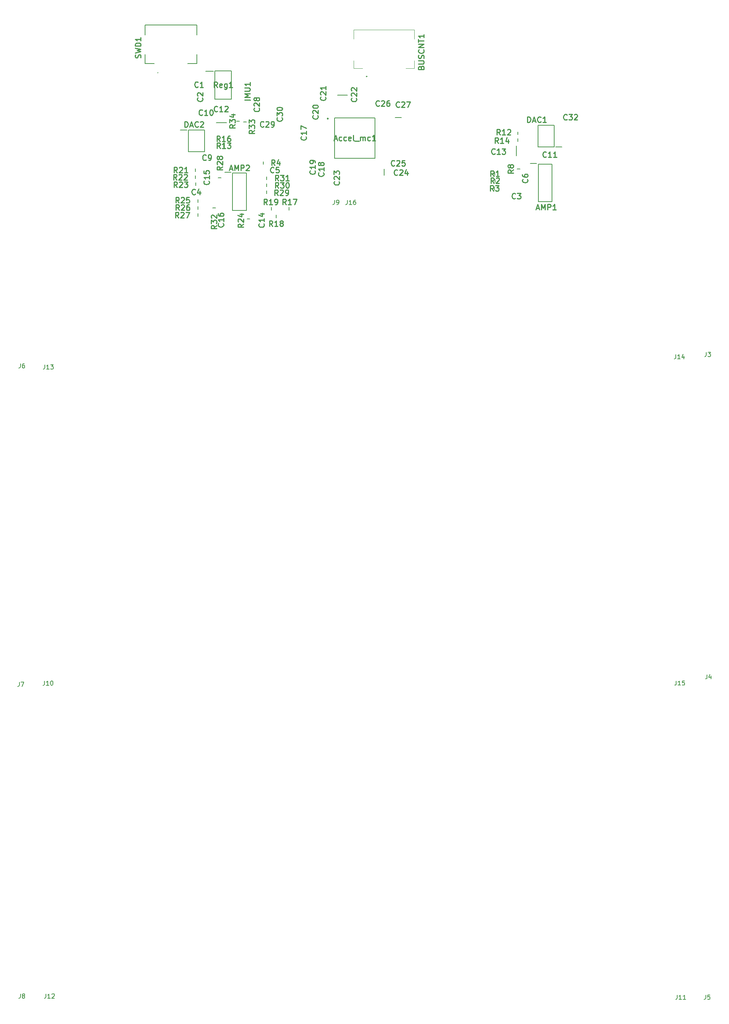
<source format=gbr>
G04 #@! TF.GenerationSoftware,KiCad,Pcbnew,5.1.4-e60b266~84~ubuntu19.04.1*
G04 #@! TF.CreationDate,2019-10-22T08:35:31-04:00*
G04 #@! TF.ProjectId,Forward_acceleration_board,466f7277-6172-4645-9f61-6363656c6572,rev?*
G04 #@! TF.SameCoordinates,Original*
G04 #@! TF.FileFunction,Legend,Top*
G04 #@! TF.FilePolarity,Positive*
%FSLAX46Y46*%
G04 Gerber Fmt 4.6, Leading zero omitted, Abs format (unit mm)*
G04 Created by KiCad (PCBNEW 5.1.4-e60b266~84~ubuntu19.04.1) date 2019-10-22 08:35:31*
%MOMM*%
%LPD*%
G04 APERTURE LIST*
%ADD10C,0.200000*%
%ADD11C,0.254000*%
%ADD12C,0.100000*%
%ADD13C,0.150000*%
G04 APERTURE END LIST*
D10*
X133600000Y-32900000D02*
X145600000Y-32900000D01*
X133600000Y-32900000D02*
X133600000Y-35238000D01*
X133600000Y-41800000D02*
X133600000Y-39700000D01*
X145600000Y-41800000D02*
X145600000Y-39700000D01*
X145600000Y-32900000D02*
X145600000Y-35238000D01*
X133600000Y-41800000D02*
X135753000Y-41800000D01*
X145600000Y-41800000D02*
X143447000Y-41800000D01*
D11*
X136610750Y-43914000D02*
G75*
G03X136610750Y-43914000I-42750J0D01*
G01*
D10*
X156975000Y-55275000D02*
X156325000Y-55275000D01*
X229750000Y-61050000D02*
X228275000Y-61050000D01*
X227925000Y-56025000D02*
X227925000Y-61025000D01*
X224225000Y-56025000D02*
X227925000Y-56025000D01*
X224225000Y-61025000D02*
X224225000Y-56025000D01*
X227925000Y-61025000D02*
X224225000Y-61025000D01*
X161700000Y-67900000D02*
X161700000Y-68550000D01*
X214295013Y-68499995D02*
X214295013Y-69149995D01*
D12*
X157950000Y-50375000D02*
G75*
G02X157950000Y-50275000I0J50000D01*
G01*
X157950000Y-50275000D02*
G75*
G02X157950000Y-50375000I0J-50000D01*
G01*
X157950000Y-50275000D02*
X157950000Y-50275000D01*
X157950000Y-50375000D02*
X157950000Y-50375000D01*
D10*
X149895000Y-75040000D02*
X149245000Y-75040000D01*
X150100000Y-55400000D02*
X152400000Y-55400000D01*
D11*
X175895015Y-54491247D02*
G75*
G03X175895015Y-54491247I-125000J0D01*
G01*
D10*
X177345015Y-63641247D02*
X177345015Y-54341247D01*
X186645015Y-63641247D02*
X177345015Y-63641247D01*
X186645015Y-54341247D02*
X186645015Y-63641247D01*
X177345015Y-54341247D02*
X186645015Y-54341247D01*
X160925000Y-65025000D02*
X160925000Y-64375000D01*
X151775000Y-60450000D02*
X151775000Y-61100000D01*
X166822000Y-75591000D02*
X166822000Y-74941000D01*
X219400000Y-66100000D02*
X220050000Y-66100000D01*
X219550000Y-58175000D02*
X219550000Y-57525000D01*
X214275000Y-66875000D02*
X214275000Y-67525000D01*
X219550000Y-59750000D02*
X219550000Y-59100000D01*
X214200000Y-70925000D02*
X214200000Y-70275000D01*
X145250000Y-66050000D02*
X145250000Y-66700000D01*
X151740011Y-58869993D02*
X151740011Y-59519993D01*
X219275000Y-63075000D02*
X219275000Y-60775000D01*
X145300000Y-69925000D02*
X145300000Y-69275000D01*
X150475000Y-68100000D02*
X151125000Y-68100000D01*
X178013000Y-49095000D02*
X180313000Y-49095000D01*
X145800000Y-74750000D02*
X145800000Y-75400000D01*
X145825000Y-77000000D02*
X145825000Y-76350000D01*
X161650000Y-71125000D02*
X161650000Y-71775000D01*
X222433000Y-64819000D02*
X223933000Y-64819000D01*
X224283000Y-73629000D02*
X224283000Y-64979000D01*
X227483000Y-73629000D02*
X224283000Y-73629000D01*
X227483000Y-64979000D02*
X227483000Y-73629000D01*
X224283000Y-64979000D02*
X227483000Y-64979000D01*
X145825000Y-73150000D02*
X145825000Y-73800000D01*
X162758000Y-75591000D02*
X162758000Y-74941000D01*
X145275000Y-67625000D02*
X145275000Y-68275000D01*
X157150000Y-77650000D02*
X157800000Y-77650000D01*
X188722000Y-66102000D02*
X188722000Y-67502000D01*
X151975000Y-66840000D02*
X153475000Y-66840000D01*
X153825000Y-75650000D02*
X153825000Y-67000000D01*
X157025000Y-75650000D02*
X153825000Y-75650000D01*
X157025000Y-67000000D02*
X157025000Y-75650000D01*
X153825000Y-67000000D02*
X157025000Y-67000000D01*
X191324000Y-54280000D02*
X192724000Y-54280000D01*
X147625000Y-43600000D02*
X149375000Y-43600000D01*
X149725000Y-49975000D02*
X149725000Y-43475000D01*
X153575000Y-49975000D02*
X149725000Y-49975000D01*
X153575000Y-43475000D02*
X153575000Y-49975000D01*
X149725000Y-43475000D02*
X153575000Y-43475000D01*
X155375000Y-55100000D02*
X154725000Y-55100000D01*
X163900000Y-76700000D02*
X163900000Y-77350000D01*
X141800000Y-57100000D02*
X143275000Y-57100000D01*
X143625000Y-62125000D02*
X143625000Y-57125000D01*
X147325000Y-62125000D02*
X143625000Y-62125000D01*
X147325000Y-57125000D02*
X147325000Y-62125000D01*
X143625000Y-57125000D02*
X147325000Y-57125000D01*
X184622000Y-44800000D02*
G75*
G03X184822000Y-44800000I100000J0D01*
G01*
X184822000Y-44800000D02*
G75*
G03X184622000Y-44800000I-100000J0D01*
G01*
X184822000Y-44800000D02*
X184822000Y-44800000D01*
X184622000Y-44800000D02*
X184622000Y-44800000D01*
D12*
X195722000Y-42900000D02*
X195722000Y-41100000D01*
X193722000Y-42900000D02*
X195722000Y-42900000D01*
X195722000Y-34000000D02*
X195722000Y-36100000D01*
X181722000Y-34000000D02*
X195722000Y-34000000D01*
X181722000Y-36100000D02*
X181722000Y-34000000D01*
X181722000Y-42900000D02*
X183722000Y-42900000D01*
X181722000Y-41100000D02*
X181722000Y-42900000D01*
D10*
X161650000Y-69500000D02*
X161650000Y-70150000D01*
D11*
X132594047Y-40478333D02*
X132654523Y-40296904D01*
X132654523Y-39994523D01*
X132594047Y-39873571D01*
X132533571Y-39813095D01*
X132412619Y-39752619D01*
X132291666Y-39752619D01*
X132170714Y-39813095D01*
X132110238Y-39873571D01*
X132049761Y-39994523D01*
X131989285Y-40236428D01*
X131928809Y-40357380D01*
X131868333Y-40417857D01*
X131747380Y-40478333D01*
X131626428Y-40478333D01*
X131505476Y-40417857D01*
X131445000Y-40357380D01*
X131384523Y-40236428D01*
X131384523Y-39934047D01*
X131445000Y-39752619D01*
X131384523Y-39329285D02*
X132654523Y-39026904D01*
X131747380Y-38785000D01*
X132654523Y-38543095D01*
X131384523Y-38240714D01*
X132654523Y-37756904D02*
X131384523Y-37756904D01*
X131384523Y-37454523D01*
X131445000Y-37273095D01*
X131565952Y-37152142D01*
X131686904Y-37091666D01*
X131928809Y-37031190D01*
X132110238Y-37031190D01*
X132352142Y-37091666D01*
X132473095Y-37152142D01*
X132594047Y-37273095D01*
X132654523Y-37454523D01*
X132654523Y-37756904D01*
X132654523Y-35821666D02*
X132654523Y-36547380D01*
X132654523Y-36184523D02*
X131384523Y-36184523D01*
X131565952Y-36305476D01*
X131686904Y-36426428D01*
X131747380Y-36547380D01*
X173413571Y-53766428D02*
X173474047Y-53826904D01*
X173534523Y-54008333D01*
X173534523Y-54129285D01*
X173474047Y-54310714D01*
X173353095Y-54431666D01*
X173232142Y-54492142D01*
X172990238Y-54552619D01*
X172808809Y-54552619D01*
X172566904Y-54492142D01*
X172445952Y-54431666D01*
X172325000Y-54310714D01*
X172264523Y-54129285D01*
X172264523Y-54008333D01*
X172325000Y-53826904D01*
X172385476Y-53766428D01*
X172385476Y-53282619D02*
X172325000Y-53222142D01*
X172264523Y-53101190D01*
X172264523Y-52798809D01*
X172325000Y-52677857D01*
X172385476Y-52617380D01*
X172506428Y-52556904D01*
X172627380Y-52556904D01*
X172808809Y-52617380D01*
X173534523Y-53343095D01*
X173534523Y-52556904D01*
X172264523Y-51770714D02*
X172264523Y-51649761D01*
X172325000Y-51528809D01*
X172385476Y-51468333D01*
X172506428Y-51407857D01*
X172748333Y-51347380D01*
X173050714Y-51347380D01*
X173292619Y-51407857D01*
X173413571Y-51468333D01*
X173474047Y-51528809D01*
X173534523Y-51649761D01*
X173534523Y-51770714D01*
X173474047Y-51891666D01*
X173413571Y-51952142D01*
X173292619Y-52012619D01*
X173050714Y-52073095D01*
X172748333Y-52073095D01*
X172506428Y-52012619D01*
X172385476Y-51952142D01*
X172325000Y-51891666D01*
X172264523Y-51770714D01*
D13*
X180290476Y-73292380D02*
X180290476Y-74006666D01*
X180242857Y-74149523D01*
X180147619Y-74244761D01*
X180004761Y-74292380D01*
X179909523Y-74292380D01*
X181290476Y-74292380D02*
X180719047Y-74292380D01*
X181004761Y-74292380D02*
X181004761Y-73292380D01*
X180909523Y-73435238D01*
X180814285Y-73530476D01*
X180719047Y-73578095D01*
X182147619Y-73292380D02*
X181957142Y-73292380D01*
X181861904Y-73340000D01*
X181814285Y-73387619D01*
X181719047Y-73530476D01*
X181671428Y-73720952D01*
X181671428Y-74101904D01*
X181719047Y-74197142D01*
X181766666Y-74244761D01*
X181861904Y-74292380D01*
X182052380Y-74292380D01*
X182147619Y-74244761D01*
X182195238Y-74197142D01*
X182242857Y-74101904D01*
X182242857Y-73863809D01*
X182195238Y-73768571D01*
X182147619Y-73720952D01*
X182052380Y-73673333D01*
X181861904Y-73673333D01*
X181766666Y-73720952D01*
X181719047Y-73768571D01*
X181671428Y-73863809D01*
D11*
X226103571Y-63273571D02*
X226043095Y-63334047D01*
X225861666Y-63394523D01*
X225740714Y-63394523D01*
X225559285Y-63334047D01*
X225438333Y-63213095D01*
X225377857Y-63092142D01*
X225317380Y-62850238D01*
X225317380Y-62668809D01*
X225377857Y-62426904D01*
X225438333Y-62305952D01*
X225559285Y-62185000D01*
X225740714Y-62124523D01*
X225861666Y-62124523D01*
X226043095Y-62185000D01*
X226103571Y-62245476D01*
X227313095Y-63394523D02*
X226587380Y-63394523D01*
X226950238Y-63394523D02*
X226950238Y-62124523D01*
X226829285Y-62305952D01*
X226708333Y-62426904D01*
X226587380Y-62487380D01*
X228522619Y-63394523D02*
X227796904Y-63394523D01*
X228159761Y-63394523D02*
X228159761Y-62124523D01*
X228038809Y-62305952D01*
X227917857Y-62426904D01*
X227796904Y-62487380D01*
X158894523Y-57176428D02*
X158289761Y-57599761D01*
X158894523Y-57902142D02*
X157624523Y-57902142D01*
X157624523Y-57418333D01*
X157685000Y-57297380D01*
X157745476Y-57236904D01*
X157866428Y-57176428D01*
X158047857Y-57176428D01*
X158168809Y-57236904D01*
X158229285Y-57297380D01*
X158289761Y-57418333D01*
X158289761Y-57902142D01*
X157624523Y-56753095D02*
X157624523Y-55966904D01*
X158108333Y-56390238D01*
X158108333Y-56208809D01*
X158168809Y-56087857D01*
X158229285Y-56027380D01*
X158350238Y-55966904D01*
X158652619Y-55966904D01*
X158773571Y-56027380D01*
X158834047Y-56087857D01*
X158894523Y-56208809D01*
X158894523Y-56571666D01*
X158834047Y-56692619D01*
X158773571Y-56753095D01*
X157624523Y-55543571D02*
X157624523Y-54757380D01*
X158108333Y-55180714D01*
X158108333Y-54999285D01*
X158168809Y-54878333D01*
X158229285Y-54817857D01*
X158350238Y-54757380D01*
X158652619Y-54757380D01*
X158773571Y-54817857D01*
X158834047Y-54878333D01*
X158894523Y-54999285D01*
X158894523Y-55362142D01*
X158834047Y-55483095D01*
X158773571Y-55543571D01*
D13*
X104656666Y-184376380D02*
X104656666Y-185090666D01*
X104609047Y-185233523D01*
X104513809Y-185328761D01*
X104370952Y-185376380D01*
X104275714Y-185376380D01*
X105037619Y-184376380D02*
X105704285Y-184376380D01*
X105275714Y-185376380D01*
X262898666Y-256512380D02*
X262898666Y-257226666D01*
X262851047Y-257369523D01*
X262755809Y-257464761D01*
X262612952Y-257512380D01*
X262517714Y-257512380D01*
X263851047Y-256512380D02*
X263374857Y-256512380D01*
X263327238Y-256988571D01*
X263374857Y-256940952D01*
X263470095Y-256893333D01*
X263708190Y-256893333D01*
X263803428Y-256940952D01*
X263851047Y-256988571D01*
X263898666Y-257083809D01*
X263898666Y-257321904D01*
X263851047Y-257417142D01*
X263803428Y-257464761D01*
X263708190Y-257512380D01*
X263470095Y-257512380D01*
X263374857Y-257464761D01*
X263327238Y-257417142D01*
D11*
X170703571Y-58626428D02*
X170764047Y-58686904D01*
X170824523Y-58868333D01*
X170824523Y-58989285D01*
X170764047Y-59170714D01*
X170643095Y-59291666D01*
X170522142Y-59352142D01*
X170280238Y-59412619D01*
X170098809Y-59412619D01*
X169856904Y-59352142D01*
X169735952Y-59291666D01*
X169615000Y-59170714D01*
X169554523Y-58989285D01*
X169554523Y-58868333D01*
X169615000Y-58686904D01*
X169675476Y-58626428D01*
X170824523Y-57416904D02*
X170824523Y-58142619D01*
X170824523Y-57779761D02*
X169554523Y-57779761D01*
X169735952Y-57900714D01*
X169856904Y-58021666D01*
X169917380Y-58142619D01*
X169554523Y-56993571D02*
X169554523Y-56146904D01*
X170824523Y-56691190D01*
D13*
X110450476Y-184122380D02*
X110450476Y-184836666D01*
X110402857Y-184979523D01*
X110307619Y-185074761D01*
X110164761Y-185122380D01*
X110069523Y-185122380D01*
X111450476Y-185122380D02*
X110879047Y-185122380D01*
X111164761Y-185122380D02*
X111164761Y-184122380D01*
X111069523Y-184265238D01*
X110974285Y-184360476D01*
X110879047Y-184408095D01*
X112069523Y-184122380D02*
X112164761Y-184122380D01*
X112260000Y-184170000D01*
X112307619Y-184217619D01*
X112355238Y-184312857D01*
X112402857Y-184503333D01*
X112402857Y-184741428D01*
X112355238Y-184931904D01*
X112307619Y-185027142D01*
X112260000Y-185074761D01*
X112164761Y-185122380D01*
X112069523Y-185122380D01*
X111974285Y-185074761D01*
X111926666Y-185027142D01*
X111879047Y-184931904D01*
X111831428Y-184741428D01*
X111831428Y-184503333D01*
X111879047Y-184312857D01*
X111926666Y-184217619D01*
X111974285Y-184170000D01*
X112069523Y-184122380D01*
X110530476Y-111224380D02*
X110530476Y-111938666D01*
X110482857Y-112081523D01*
X110387619Y-112176761D01*
X110244761Y-112224380D01*
X110149523Y-112224380D01*
X111530476Y-112224380D02*
X110959047Y-112224380D01*
X111244761Y-112224380D02*
X111244761Y-111224380D01*
X111149523Y-111367238D01*
X111054285Y-111462476D01*
X110959047Y-111510095D01*
X111863809Y-111224380D02*
X112482857Y-111224380D01*
X112149523Y-111605333D01*
X112292380Y-111605333D01*
X112387619Y-111652952D01*
X112435238Y-111700571D01*
X112482857Y-111795809D01*
X112482857Y-112033904D01*
X112435238Y-112129142D01*
X112387619Y-112176761D01*
X112292380Y-112224380D01*
X112006666Y-112224380D01*
X111911428Y-112176761D01*
X111863809Y-112129142D01*
D11*
X221803333Y-55344523D02*
X221803333Y-54074523D01*
X222105714Y-54074523D01*
X222287142Y-54135000D01*
X222408095Y-54255952D01*
X222468571Y-54376904D01*
X222529047Y-54618809D01*
X222529047Y-54800238D01*
X222468571Y-55042142D01*
X222408095Y-55163095D01*
X222287142Y-55284047D01*
X222105714Y-55344523D01*
X221803333Y-55344523D01*
X223012857Y-54981666D02*
X223617619Y-54981666D01*
X222891904Y-55344523D02*
X223315238Y-54074523D01*
X223738571Y-55344523D01*
X224887619Y-55223571D02*
X224827142Y-55284047D01*
X224645714Y-55344523D01*
X224524761Y-55344523D01*
X224343333Y-55284047D01*
X224222380Y-55163095D01*
X224161904Y-55042142D01*
X224101428Y-54800238D01*
X224101428Y-54618809D01*
X224161904Y-54376904D01*
X224222380Y-54255952D01*
X224343333Y-54135000D01*
X224524761Y-54074523D01*
X224645714Y-54074523D01*
X224827142Y-54135000D01*
X224887619Y-54195476D01*
X226097142Y-55344523D02*
X225371428Y-55344523D01*
X225734285Y-55344523D02*
X225734285Y-54074523D01*
X225613333Y-54255952D01*
X225492380Y-54376904D01*
X225371428Y-54437380D01*
X164393571Y-68784523D02*
X163970238Y-68179761D01*
X163667857Y-68784523D02*
X163667857Y-67514523D01*
X164151666Y-67514523D01*
X164272619Y-67575000D01*
X164333095Y-67635476D01*
X164393571Y-67756428D01*
X164393571Y-67937857D01*
X164333095Y-68058809D01*
X164272619Y-68119285D01*
X164151666Y-68179761D01*
X163667857Y-68179761D01*
X164816904Y-67514523D02*
X165603095Y-67514523D01*
X165179761Y-67998333D01*
X165361190Y-67998333D01*
X165482142Y-68058809D01*
X165542619Y-68119285D01*
X165603095Y-68240238D01*
X165603095Y-68542619D01*
X165542619Y-68663571D01*
X165482142Y-68724047D01*
X165361190Y-68784523D01*
X164998333Y-68784523D01*
X164877380Y-68724047D01*
X164816904Y-68663571D01*
X166812619Y-68784523D02*
X166086904Y-68784523D01*
X166449761Y-68784523D02*
X166449761Y-67514523D01*
X166328809Y-67695952D01*
X166207857Y-67816904D01*
X166086904Y-67877380D01*
D13*
X256105476Y-184102380D02*
X256105476Y-184816666D01*
X256057857Y-184959523D01*
X255962619Y-185054761D01*
X255819761Y-185102380D01*
X255724523Y-185102380D01*
X257105476Y-185102380D02*
X256534047Y-185102380D01*
X256819761Y-185102380D02*
X256819761Y-184102380D01*
X256724523Y-184245238D01*
X256629285Y-184340476D01*
X256534047Y-184388095D01*
X258010238Y-184102380D02*
X257534047Y-184102380D01*
X257486428Y-184578571D01*
X257534047Y-184530952D01*
X257629285Y-184483333D01*
X257867380Y-184483333D01*
X257962619Y-184530952D01*
X258010238Y-184578571D01*
X258057857Y-184673809D01*
X258057857Y-184911904D01*
X258010238Y-185007142D01*
X257962619Y-185054761D01*
X257867380Y-185102380D01*
X257629285Y-185102380D01*
X257534047Y-185054761D01*
X257486428Y-185007142D01*
D11*
X214083346Y-69399518D02*
X213660013Y-68794756D01*
X213357632Y-69399518D02*
X213357632Y-68129518D01*
X213841441Y-68129518D01*
X213962393Y-68189995D01*
X214022870Y-68250471D01*
X214083346Y-68371423D01*
X214083346Y-68552852D01*
X214022870Y-68673804D01*
X213962393Y-68734280D01*
X213841441Y-68794756D01*
X213357632Y-68794756D01*
X214567155Y-68250471D02*
X214627632Y-68189995D01*
X214748584Y-68129518D01*
X215050965Y-68129518D01*
X215171917Y-68189995D01*
X215232393Y-68250471D01*
X215292870Y-68371423D01*
X215292870Y-68492375D01*
X215232393Y-68673804D01*
X214506679Y-69399518D01*
X215292870Y-69399518D01*
X157824523Y-50195714D02*
X156554523Y-50195714D01*
X157824523Y-49590952D02*
X156554523Y-49590952D01*
X157461666Y-49167619D01*
X156554523Y-48744285D01*
X157824523Y-48744285D01*
X156554523Y-48139523D02*
X157582619Y-48139523D01*
X157703571Y-48079047D01*
X157764047Y-48018571D01*
X157824523Y-47897619D01*
X157824523Y-47655714D01*
X157764047Y-47534761D01*
X157703571Y-47474285D01*
X157582619Y-47413809D01*
X156554523Y-47413809D01*
X157824523Y-46143809D02*
X157824523Y-46869523D01*
X157824523Y-46506666D02*
X156554523Y-46506666D01*
X156735952Y-46627619D01*
X156856904Y-46748571D01*
X156917380Y-46869523D01*
X160973571Y-78716428D02*
X161034047Y-78776904D01*
X161094523Y-78958333D01*
X161094523Y-79079285D01*
X161034047Y-79260714D01*
X160913095Y-79381666D01*
X160792142Y-79442142D01*
X160550238Y-79502619D01*
X160368809Y-79502619D01*
X160126904Y-79442142D01*
X160005952Y-79381666D01*
X159885000Y-79260714D01*
X159824523Y-79079285D01*
X159824523Y-78958333D01*
X159885000Y-78776904D01*
X159945476Y-78716428D01*
X161094523Y-77506904D02*
X161094523Y-78232619D01*
X161094523Y-77869761D02*
X159824523Y-77869761D01*
X160005952Y-77990714D01*
X160126904Y-78111666D01*
X160187380Y-78232619D01*
X160247857Y-76418333D02*
X161094523Y-76418333D01*
X159764047Y-76720714D02*
X160671190Y-77023095D01*
X160671190Y-76236904D01*
X148313571Y-68876428D02*
X148374047Y-68936904D01*
X148434523Y-69118333D01*
X148434523Y-69239285D01*
X148374047Y-69420714D01*
X148253095Y-69541666D01*
X148132142Y-69602142D01*
X147890238Y-69662619D01*
X147708809Y-69662619D01*
X147466904Y-69602142D01*
X147345952Y-69541666D01*
X147225000Y-69420714D01*
X147164523Y-69239285D01*
X147164523Y-69118333D01*
X147225000Y-68936904D01*
X147285476Y-68876428D01*
X148434523Y-67666904D02*
X148434523Y-68392619D01*
X148434523Y-68029761D02*
X147164523Y-68029761D01*
X147345952Y-68150714D01*
X147466904Y-68271666D01*
X147527380Y-68392619D01*
X147164523Y-66517857D02*
X147164523Y-67122619D01*
X147769285Y-67183095D01*
X147708809Y-67122619D01*
X147648333Y-67001666D01*
X147648333Y-66699285D01*
X147708809Y-66578333D01*
X147769285Y-66517857D01*
X147890238Y-66457380D01*
X148192619Y-66457380D01*
X148313571Y-66517857D01*
X148374047Y-66578333D01*
X148434523Y-66699285D01*
X148434523Y-67001666D01*
X148374047Y-67122619D01*
X148313571Y-67183095D01*
X150154523Y-79111428D02*
X149549761Y-79534761D01*
X150154523Y-79837142D02*
X148884523Y-79837142D01*
X148884523Y-79353333D01*
X148945000Y-79232380D01*
X149005476Y-79171904D01*
X149126428Y-79111428D01*
X149307857Y-79111428D01*
X149428809Y-79171904D01*
X149489285Y-79232380D01*
X149549761Y-79353333D01*
X149549761Y-79837142D01*
X148884523Y-78688095D02*
X148884523Y-77901904D01*
X149368333Y-78325238D01*
X149368333Y-78143809D01*
X149428809Y-78022857D01*
X149489285Y-77962380D01*
X149610238Y-77901904D01*
X149912619Y-77901904D01*
X150033571Y-77962380D01*
X150094047Y-78022857D01*
X150154523Y-78143809D01*
X150154523Y-78506666D01*
X150094047Y-78627619D01*
X150033571Y-78688095D01*
X149005476Y-77418095D02*
X148945000Y-77357619D01*
X148884523Y-77236666D01*
X148884523Y-76934285D01*
X148945000Y-76813333D01*
X149005476Y-76752857D01*
X149126428Y-76692380D01*
X149247380Y-76692380D01*
X149428809Y-76752857D01*
X150154523Y-77478571D01*
X150154523Y-76692380D01*
X175183571Y-49486428D02*
X175244047Y-49546904D01*
X175304523Y-49728333D01*
X175304523Y-49849285D01*
X175244047Y-50030714D01*
X175123095Y-50151666D01*
X175002142Y-50212142D01*
X174760238Y-50272619D01*
X174578809Y-50272619D01*
X174336904Y-50212142D01*
X174215952Y-50151666D01*
X174095000Y-50030714D01*
X174034523Y-49849285D01*
X174034523Y-49728333D01*
X174095000Y-49546904D01*
X174155476Y-49486428D01*
X174155476Y-49002619D02*
X174095000Y-48942142D01*
X174034523Y-48821190D01*
X174034523Y-48518809D01*
X174095000Y-48397857D01*
X174155476Y-48337380D01*
X174276428Y-48276904D01*
X174397380Y-48276904D01*
X174578809Y-48337380D01*
X175304523Y-49063095D01*
X175304523Y-48276904D01*
X175304523Y-47067380D02*
X175304523Y-47793095D01*
X175304523Y-47430238D02*
X174034523Y-47430238D01*
X174215952Y-47551190D01*
X174336904Y-47672142D01*
X174397380Y-47793095D01*
X150333571Y-52773571D02*
X150273095Y-52834047D01*
X150091666Y-52894523D01*
X149970714Y-52894523D01*
X149789285Y-52834047D01*
X149668333Y-52713095D01*
X149607857Y-52592142D01*
X149547380Y-52350238D01*
X149547380Y-52168809D01*
X149607857Y-51926904D01*
X149668333Y-51805952D01*
X149789285Y-51685000D01*
X149970714Y-51624523D01*
X150091666Y-51624523D01*
X150273095Y-51685000D01*
X150333571Y-51745476D01*
X151543095Y-52894523D02*
X150817380Y-52894523D01*
X151180238Y-52894523D02*
X151180238Y-51624523D01*
X151059285Y-51805952D01*
X150938333Y-51926904D01*
X150817380Y-51987380D01*
X152026904Y-51745476D02*
X152087380Y-51685000D01*
X152208333Y-51624523D01*
X152510714Y-51624523D01*
X152631666Y-51685000D01*
X152692142Y-51745476D01*
X152752619Y-51866428D01*
X152752619Y-51987380D01*
X152692142Y-52168809D01*
X151966428Y-52894523D01*
X152752619Y-52894523D01*
D13*
X263011666Y-108332380D02*
X263011666Y-109046666D01*
X262964047Y-109189523D01*
X262868809Y-109284761D01*
X262725952Y-109332380D01*
X262630714Y-109332380D01*
X263392619Y-108332380D02*
X264011666Y-108332380D01*
X263678333Y-108713333D01*
X263821190Y-108713333D01*
X263916428Y-108760952D01*
X263964047Y-108808571D01*
X264011666Y-108903809D01*
X264011666Y-109141904D01*
X263964047Y-109237142D01*
X263916428Y-109284761D01*
X263821190Y-109332380D01*
X263535476Y-109332380D01*
X263440238Y-109284761D01*
X263392619Y-109237142D01*
D11*
X177247634Y-59202913D02*
X177852395Y-59202913D01*
X177126681Y-59565770D02*
X177550015Y-58295770D01*
X177973348Y-59565770D01*
X178940967Y-59505294D02*
X178820015Y-59565770D01*
X178578110Y-59565770D01*
X178457157Y-59505294D01*
X178396681Y-59444818D01*
X178336205Y-59323866D01*
X178336205Y-58961008D01*
X178396681Y-58840056D01*
X178457157Y-58779580D01*
X178578110Y-58719104D01*
X178820015Y-58719104D01*
X178940967Y-58779580D01*
X180029538Y-59505294D02*
X179908586Y-59565770D01*
X179666681Y-59565770D01*
X179545729Y-59505294D01*
X179485253Y-59444818D01*
X179424776Y-59323866D01*
X179424776Y-58961008D01*
X179485253Y-58840056D01*
X179545729Y-58779580D01*
X179666681Y-58719104D01*
X179908586Y-58719104D01*
X180029538Y-58779580D01*
X181057634Y-59505294D02*
X180936681Y-59565770D01*
X180694776Y-59565770D01*
X180573824Y-59505294D01*
X180513348Y-59384342D01*
X180513348Y-58900532D01*
X180573824Y-58779580D01*
X180694776Y-58719104D01*
X180936681Y-58719104D01*
X181057634Y-58779580D01*
X181118110Y-58900532D01*
X181118110Y-59021485D01*
X180513348Y-59142437D01*
X181843824Y-59565770D02*
X181722872Y-59505294D01*
X181662395Y-59384342D01*
X181662395Y-58295770D01*
X182025253Y-59686723D02*
X182992872Y-59686723D01*
X183295253Y-59565770D02*
X183295253Y-58719104D01*
X183295253Y-58840056D02*
X183355729Y-58779580D01*
X183476681Y-58719104D01*
X183658110Y-58719104D01*
X183779062Y-58779580D01*
X183839538Y-58900532D01*
X183839538Y-59565770D01*
X183839538Y-58900532D02*
X183900015Y-58779580D01*
X184020967Y-58719104D01*
X184202395Y-58719104D01*
X184323348Y-58779580D01*
X184383824Y-58900532D01*
X184383824Y-59565770D01*
X185532872Y-59505294D02*
X185411919Y-59565770D01*
X185170015Y-59565770D01*
X185049062Y-59505294D01*
X184988586Y-59444818D01*
X184928110Y-59323866D01*
X184928110Y-58961008D01*
X184988586Y-58840056D01*
X185049062Y-58779580D01*
X185170015Y-58719104D01*
X185411919Y-58719104D01*
X185532872Y-58779580D01*
X186742395Y-59565770D02*
X186016681Y-59565770D01*
X186379538Y-59565770D02*
X186379538Y-58295770D01*
X186258586Y-58477199D01*
X186137634Y-58598151D01*
X186016681Y-58658627D01*
D13*
X104910666Y-110970380D02*
X104910666Y-111684666D01*
X104863047Y-111827523D01*
X104767809Y-111922761D01*
X104624952Y-111970380D01*
X104529714Y-111970380D01*
X105815428Y-110970380D02*
X105624952Y-110970380D01*
X105529714Y-111018000D01*
X105482095Y-111065619D01*
X105386857Y-111208476D01*
X105339238Y-111398952D01*
X105339238Y-111779904D01*
X105386857Y-111875142D01*
X105434476Y-111922761D01*
X105529714Y-111970380D01*
X105720190Y-111970380D01*
X105815428Y-111922761D01*
X105863047Y-111875142D01*
X105910666Y-111779904D01*
X105910666Y-111541809D01*
X105863047Y-111446571D01*
X105815428Y-111398952D01*
X105720190Y-111351333D01*
X105529714Y-111351333D01*
X105434476Y-111398952D01*
X105386857Y-111446571D01*
X105339238Y-111541809D01*
D11*
X163548333Y-65274523D02*
X163125000Y-64669761D01*
X162822619Y-65274523D02*
X162822619Y-64004523D01*
X163306428Y-64004523D01*
X163427380Y-64065000D01*
X163487857Y-64125476D01*
X163548333Y-64246428D01*
X163548333Y-64427857D01*
X163487857Y-64548809D01*
X163427380Y-64609285D01*
X163306428Y-64669761D01*
X162822619Y-64669761D01*
X164636904Y-64427857D02*
X164636904Y-65274523D01*
X164334523Y-63944047D02*
X164032142Y-64851190D01*
X164818333Y-64851190D01*
X150958571Y-61349523D02*
X150535238Y-60744761D01*
X150232857Y-61349523D02*
X150232857Y-60079523D01*
X150716666Y-60079523D01*
X150837619Y-60140000D01*
X150898095Y-60200476D01*
X150958571Y-60321428D01*
X150958571Y-60502857D01*
X150898095Y-60623809D01*
X150837619Y-60684285D01*
X150716666Y-60744761D01*
X150232857Y-60744761D01*
X152168095Y-61349523D02*
X151442380Y-61349523D01*
X151805238Y-61349523D02*
X151805238Y-60079523D01*
X151684285Y-60260952D01*
X151563333Y-60381904D01*
X151442380Y-60442380D01*
X152591428Y-60079523D02*
X153377619Y-60079523D01*
X152954285Y-60563333D01*
X153135714Y-60563333D01*
X153256666Y-60623809D01*
X153317142Y-60684285D01*
X153377619Y-60805238D01*
X153377619Y-61107619D01*
X153317142Y-61228571D01*
X153256666Y-61289047D01*
X153135714Y-61349523D01*
X152772857Y-61349523D01*
X152651904Y-61289047D01*
X152591428Y-61228571D01*
D13*
X104910666Y-256258380D02*
X104910666Y-256972666D01*
X104863047Y-257115523D01*
X104767809Y-257210761D01*
X104624952Y-257258380D01*
X104529714Y-257258380D01*
X105529714Y-256686952D02*
X105434476Y-256639333D01*
X105386857Y-256591714D01*
X105339238Y-256496476D01*
X105339238Y-256448857D01*
X105386857Y-256353619D01*
X105434476Y-256306000D01*
X105529714Y-256258380D01*
X105720190Y-256258380D01*
X105815428Y-256306000D01*
X105863047Y-256353619D01*
X105910666Y-256448857D01*
X105910666Y-256496476D01*
X105863047Y-256591714D01*
X105815428Y-256639333D01*
X105720190Y-256686952D01*
X105529714Y-256686952D01*
X105434476Y-256734571D01*
X105386857Y-256782190D01*
X105339238Y-256877428D01*
X105339238Y-257067904D01*
X105386857Y-257163142D01*
X105434476Y-257210761D01*
X105529714Y-257258380D01*
X105720190Y-257258380D01*
X105815428Y-257210761D01*
X105863047Y-257163142D01*
X105910666Y-257067904D01*
X105910666Y-256877428D01*
X105863047Y-256782190D01*
X105815428Y-256734571D01*
X105720190Y-256686952D01*
D11*
X166133571Y-74294523D02*
X165710238Y-73689761D01*
X165407857Y-74294523D02*
X165407857Y-73024523D01*
X165891666Y-73024523D01*
X166012619Y-73085000D01*
X166073095Y-73145476D01*
X166133571Y-73266428D01*
X166133571Y-73447857D01*
X166073095Y-73568809D01*
X166012619Y-73629285D01*
X165891666Y-73689761D01*
X165407857Y-73689761D01*
X167343095Y-74294523D02*
X166617380Y-74294523D01*
X166980238Y-74294523D02*
X166980238Y-73024523D01*
X166859285Y-73205952D01*
X166738333Y-73326904D01*
X166617380Y-73387380D01*
X167766428Y-73024523D02*
X168613095Y-73024523D01*
X168068809Y-74294523D01*
X218554523Y-66291666D02*
X217949761Y-66715000D01*
X218554523Y-67017380D02*
X217284523Y-67017380D01*
X217284523Y-66533571D01*
X217345000Y-66412619D01*
X217405476Y-66352142D01*
X217526428Y-66291666D01*
X217707857Y-66291666D01*
X217828809Y-66352142D01*
X217889285Y-66412619D01*
X217949761Y-66533571D01*
X217949761Y-67017380D01*
X217828809Y-65565952D02*
X217768333Y-65686904D01*
X217707857Y-65747380D01*
X217586904Y-65807857D01*
X217526428Y-65807857D01*
X217405476Y-65747380D01*
X217345000Y-65686904D01*
X217284523Y-65565952D01*
X217284523Y-65324047D01*
X217345000Y-65203095D01*
X217405476Y-65142619D01*
X217526428Y-65082142D01*
X217586904Y-65082142D01*
X217707857Y-65142619D01*
X217768333Y-65203095D01*
X217828809Y-65324047D01*
X217828809Y-65565952D01*
X217889285Y-65686904D01*
X217949761Y-65747380D01*
X218070714Y-65807857D01*
X218312619Y-65807857D01*
X218433571Y-65747380D01*
X218494047Y-65686904D01*
X218554523Y-65565952D01*
X218554523Y-65324047D01*
X218494047Y-65203095D01*
X218433571Y-65142619D01*
X218312619Y-65082142D01*
X218070714Y-65082142D01*
X217949761Y-65142619D01*
X217889285Y-65203095D01*
X217828809Y-65324047D01*
D13*
X263186666Y-182652380D02*
X263186666Y-183366666D01*
X263139047Y-183509523D01*
X263043809Y-183604761D01*
X262900952Y-183652380D01*
X262805714Y-183652380D01*
X264091428Y-182985714D02*
X264091428Y-183652380D01*
X263853333Y-182604761D02*
X263615238Y-183319047D01*
X264234285Y-183319047D01*
D11*
X215483571Y-58244523D02*
X215060238Y-57639761D01*
X214757857Y-58244523D02*
X214757857Y-56974523D01*
X215241666Y-56974523D01*
X215362619Y-57035000D01*
X215423095Y-57095476D01*
X215483571Y-57216428D01*
X215483571Y-57397857D01*
X215423095Y-57518809D01*
X215362619Y-57579285D01*
X215241666Y-57639761D01*
X214757857Y-57639761D01*
X216693095Y-58244523D02*
X215967380Y-58244523D01*
X216330238Y-58244523D02*
X216330238Y-56974523D01*
X216209285Y-57155952D01*
X216088333Y-57276904D01*
X215967380Y-57337380D01*
X217176904Y-57095476D02*
X217237380Y-57035000D01*
X217358333Y-56974523D01*
X217660714Y-56974523D01*
X217781666Y-57035000D01*
X217842142Y-57095476D01*
X217902619Y-57216428D01*
X217902619Y-57337380D01*
X217842142Y-57518809D01*
X217116428Y-58244523D01*
X217902619Y-58244523D01*
X214063333Y-67774523D02*
X213640000Y-67169761D01*
X213337619Y-67774523D02*
X213337619Y-66504523D01*
X213821428Y-66504523D01*
X213942380Y-66565000D01*
X214002857Y-66625476D01*
X214063333Y-66746428D01*
X214063333Y-66927857D01*
X214002857Y-67048809D01*
X213942380Y-67109285D01*
X213821428Y-67169761D01*
X213337619Y-67169761D01*
X215272857Y-67774523D02*
X214547142Y-67774523D01*
X214910000Y-67774523D02*
X214910000Y-66504523D01*
X214789047Y-66685952D01*
X214668095Y-66806904D01*
X214547142Y-66867380D01*
X215053571Y-60154523D02*
X214630238Y-59549761D01*
X214327857Y-60154523D02*
X214327857Y-58884523D01*
X214811666Y-58884523D01*
X214932619Y-58945000D01*
X214993095Y-59005476D01*
X215053571Y-59126428D01*
X215053571Y-59307857D01*
X214993095Y-59428809D01*
X214932619Y-59489285D01*
X214811666Y-59549761D01*
X214327857Y-59549761D01*
X216263095Y-60154523D02*
X215537380Y-60154523D01*
X215900238Y-60154523D02*
X215900238Y-58884523D01*
X215779285Y-59065952D01*
X215658333Y-59186904D01*
X215537380Y-59247380D01*
X217351666Y-59307857D02*
X217351666Y-60154523D01*
X217049285Y-58824047D02*
X216746904Y-59731190D01*
X217533095Y-59731190D01*
D13*
X256326476Y-256512380D02*
X256326476Y-257226666D01*
X256278857Y-257369523D01*
X256183619Y-257464761D01*
X256040761Y-257512380D01*
X255945523Y-257512380D01*
X257326476Y-257512380D02*
X256755047Y-257512380D01*
X257040761Y-257512380D02*
X257040761Y-256512380D01*
X256945523Y-256655238D01*
X256850285Y-256750476D01*
X256755047Y-256798095D01*
X258278857Y-257512380D02*
X257707428Y-257512380D01*
X257993142Y-257512380D02*
X257993142Y-256512380D01*
X257897904Y-256655238D01*
X257802666Y-256750476D01*
X257707428Y-256798095D01*
D11*
X213988333Y-71174523D02*
X213565000Y-70569761D01*
X213262619Y-71174523D02*
X213262619Y-69904523D01*
X213746428Y-69904523D01*
X213867380Y-69965000D01*
X213927857Y-70025476D01*
X213988333Y-70146428D01*
X213988333Y-70327857D01*
X213927857Y-70448809D01*
X213867380Y-70509285D01*
X213746428Y-70569761D01*
X213262619Y-70569761D01*
X214411666Y-69904523D02*
X215197857Y-69904523D01*
X214774523Y-70388333D01*
X214955952Y-70388333D01*
X215076904Y-70448809D01*
X215137380Y-70509285D01*
X215197857Y-70630238D01*
X215197857Y-70932619D01*
X215137380Y-71053571D01*
X215076904Y-71114047D01*
X214955952Y-71174523D01*
X214593095Y-71174523D01*
X214472142Y-71114047D01*
X214411666Y-71053571D01*
X141033571Y-66964523D02*
X140610238Y-66359761D01*
X140307857Y-66964523D02*
X140307857Y-65694523D01*
X140791666Y-65694523D01*
X140912619Y-65755000D01*
X140973095Y-65815476D01*
X141033571Y-65936428D01*
X141033571Y-66117857D01*
X140973095Y-66238809D01*
X140912619Y-66299285D01*
X140791666Y-66359761D01*
X140307857Y-66359761D01*
X141517380Y-65815476D02*
X141577857Y-65755000D01*
X141698809Y-65694523D01*
X142001190Y-65694523D01*
X142122142Y-65755000D01*
X142182619Y-65815476D01*
X142243095Y-65936428D01*
X142243095Y-66057380D01*
X142182619Y-66238809D01*
X141456904Y-66964523D01*
X142243095Y-66964523D01*
X143452619Y-66964523D02*
X142726904Y-66964523D01*
X143089761Y-66964523D02*
X143089761Y-65694523D01*
X142968809Y-65875952D01*
X142847857Y-65996904D01*
X142726904Y-66057380D01*
D13*
X256020476Y-108837380D02*
X256020476Y-109551666D01*
X255972857Y-109694523D01*
X255877619Y-109789761D01*
X255734761Y-109837380D01*
X255639523Y-109837380D01*
X257020476Y-109837380D02*
X256449047Y-109837380D01*
X256734761Y-109837380D02*
X256734761Y-108837380D01*
X256639523Y-108980238D01*
X256544285Y-109075476D01*
X256449047Y-109123095D01*
X257877619Y-109170714D02*
X257877619Y-109837380D01*
X257639523Y-108789761D02*
X257401428Y-109504047D01*
X258020476Y-109504047D01*
D11*
X150923582Y-59769516D02*
X150500249Y-59164754D01*
X150197868Y-59769516D02*
X150197868Y-58499516D01*
X150681677Y-58499516D01*
X150802630Y-58559993D01*
X150863106Y-58620469D01*
X150923582Y-58741421D01*
X150923582Y-58922850D01*
X150863106Y-59043802D01*
X150802630Y-59104278D01*
X150681677Y-59164754D01*
X150197868Y-59164754D01*
X152133106Y-59769516D02*
X151407391Y-59769516D01*
X151770249Y-59769516D02*
X151770249Y-58499516D01*
X151649296Y-58680945D01*
X151528344Y-58801897D01*
X151407391Y-58862373D01*
X153221677Y-58499516D02*
X152979772Y-58499516D01*
X152858820Y-58559993D01*
X152798344Y-58620469D01*
X152677391Y-58801897D01*
X152616915Y-59043802D01*
X152616915Y-59527612D01*
X152677391Y-59648564D01*
X152737868Y-59709040D01*
X152858820Y-59769516D01*
X153100725Y-59769516D01*
X153221677Y-59709040D01*
X153282153Y-59648564D01*
X153342630Y-59527612D01*
X153342630Y-59225231D01*
X153282153Y-59104278D01*
X153221677Y-59043802D01*
X153100725Y-58983326D01*
X152858820Y-58983326D01*
X152737868Y-59043802D01*
X152677391Y-59104278D01*
X152616915Y-59225231D01*
D13*
X177316666Y-73292380D02*
X177316666Y-74006666D01*
X177269047Y-74149523D01*
X177173809Y-74244761D01*
X177030952Y-74292380D01*
X176935714Y-74292380D01*
X177840476Y-74292380D02*
X178030952Y-74292380D01*
X178126190Y-74244761D01*
X178173809Y-74197142D01*
X178269047Y-74054285D01*
X178316666Y-73863809D01*
X178316666Y-73482857D01*
X178269047Y-73387619D01*
X178221428Y-73340000D01*
X178126190Y-73292380D01*
X177935714Y-73292380D01*
X177840476Y-73340000D01*
X177792857Y-73387619D01*
X177745238Y-73482857D01*
X177745238Y-73720952D01*
X177792857Y-73816190D01*
X177840476Y-73863809D01*
X177935714Y-73911428D01*
X178126190Y-73911428D01*
X178221428Y-73863809D01*
X178269047Y-73816190D01*
X178316666Y-73720952D01*
D11*
X146828571Y-49711666D02*
X146889047Y-49772142D01*
X146949523Y-49953571D01*
X146949523Y-50074523D01*
X146889047Y-50255952D01*
X146768095Y-50376904D01*
X146647142Y-50437380D01*
X146405238Y-50497857D01*
X146223809Y-50497857D01*
X145981904Y-50437380D01*
X145860952Y-50376904D01*
X145740000Y-50255952D01*
X145679523Y-50074523D01*
X145679523Y-49953571D01*
X145740000Y-49772142D01*
X145800476Y-49711666D01*
X145800476Y-49227857D02*
X145740000Y-49167380D01*
X145679523Y-49046428D01*
X145679523Y-48744047D01*
X145740000Y-48623095D01*
X145800476Y-48562619D01*
X145921428Y-48502142D01*
X146042380Y-48502142D01*
X146223809Y-48562619D01*
X146949523Y-49288333D01*
X146949523Y-48502142D01*
X214293571Y-62573571D02*
X214233095Y-62634047D01*
X214051666Y-62694523D01*
X213930714Y-62694523D01*
X213749285Y-62634047D01*
X213628333Y-62513095D01*
X213567857Y-62392142D01*
X213507380Y-62150238D01*
X213507380Y-61968809D01*
X213567857Y-61726904D01*
X213628333Y-61605952D01*
X213749285Y-61485000D01*
X213930714Y-61424523D01*
X214051666Y-61424523D01*
X214233095Y-61485000D01*
X214293571Y-61545476D01*
X215503095Y-62694523D02*
X214777380Y-62694523D01*
X215140238Y-62694523D02*
X215140238Y-61424523D01*
X215019285Y-61605952D01*
X214898333Y-61726904D01*
X214777380Y-61787380D01*
X215926428Y-61424523D02*
X216712619Y-61424523D01*
X216289285Y-61908333D01*
X216470714Y-61908333D01*
X216591666Y-61968809D01*
X216652142Y-62029285D01*
X216712619Y-62150238D01*
X216712619Y-62452619D01*
X216652142Y-62573571D01*
X216591666Y-62634047D01*
X216470714Y-62694523D01*
X216107857Y-62694523D01*
X215986904Y-62634047D01*
X215926428Y-62573571D01*
X141033571Y-70324523D02*
X140610238Y-69719761D01*
X140307857Y-70324523D02*
X140307857Y-69054523D01*
X140791666Y-69054523D01*
X140912619Y-69115000D01*
X140973095Y-69175476D01*
X141033571Y-69296428D01*
X141033571Y-69477857D01*
X140973095Y-69598809D01*
X140912619Y-69659285D01*
X140791666Y-69719761D01*
X140307857Y-69719761D01*
X141517380Y-69175476D02*
X141577857Y-69115000D01*
X141698809Y-69054523D01*
X142001190Y-69054523D01*
X142122142Y-69115000D01*
X142182619Y-69175476D01*
X142243095Y-69296428D01*
X142243095Y-69417380D01*
X142182619Y-69598809D01*
X141456904Y-70324523D01*
X142243095Y-70324523D01*
X142666428Y-69054523D02*
X143452619Y-69054523D01*
X143029285Y-69538333D01*
X143210714Y-69538333D01*
X143331666Y-69598809D01*
X143392142Y-69659285D01*
X143452619Y-69780238D01*
X143452619Y-70082619D01*
X143392142Y-70203571D01*
X143331666Y-70264047D01*
X143210714Y-70324523D01*
X142847857Y-70324523D01*
X142726904Y-70264047D01*
X142666428Y-70203571D01*
X151464523Y-65576428D02*
X150859761Y-65999761D01*
X151464523Y-66302142D02*
X150194523Y-66302142D01*
X150194523Y-65818333D01*
X150255000Y-65697380D01*
X150315476Y-65636904D01*
X150436428Y-65576428D01*
X150617857Y-65576428D01*
X150738809Y-65636904D01*
X150799285Y-65697380D01*
X150859761Y-65818333D01*
X150859761Y-66302142D01*
X150315476Y-65092619D02*
X150255000Y-65032142D01*
X150194523Y-64911190D01*
X150194523Y-64608809D01*
X150255000Y-64487857D01*
X150315476Y-64427380D01*
X150436428Y-64366904D01*
X150557380Y-64366904D01*
X150738809Y-64427380D01*
X151464523Y-65153095D01*
X151464523Y-64366904D01*
X150738809Y-63641190D02*
X150678333Y-63762142D01*
X150617857Y-63822619D01*
X150496904Y-63883095D01*
X150436428Y-63883095D01*
X150315476Y-63822619D01*
X150255000Y-63762142D01*
X150194523Y-63641190D01*
X150194523Y-63399285D01*
X150255000Y-63278333D01*
X150315476Y-63217857D01*
X150436428Y-63157380D01*
X150496904Y-63157380D01*
X150617857Y-63217857D01*
X150678333Y-63278333D01*
X150738809Y-63399285D01*
X150738809Y-63641190D01*
X150799285Y-63762142D01*
X150859761Y-63822619D01*
X150980714Y-63883095D01*
X151222619Y-63883095D01*
X151343571Y-63822619D01*
X151404047Y-63762142D01*
X151464523Y-63641190D01*
X151464523Y-63399285D01*
X151404047Y-63278333D01*
X151343571Y-63217857D01*
X151222619Y-63157380D01*
X150980714Y-63157380D01*
X150859761Y-63217857D01*
X150799285Y-63278333D01*
X150738809Y-63399285D01*
X182303571Y-49766428D02*
X182364047Y-49826904D01*
X182424523Y-50008333D01*
X182424523Y-50129285D01*
X182364047Y-50310714D01*
X182243095Y-50431666D01*
X182122142Y-50492142D01*
X181880238Y-50552619D01*
X181698809Y-50552619D01*
X181456904Y-50492142D01*
X181335952Y-50431666D01*
X181215000Y-50310714D01*
X181154523Y-50129285D01*
X181154523Y-50008333D01*
X181215000Y-49826904D01*
X181275476Y-49766428D01*
X181275476Y-49282619D02*
X181215000Y-49222142D01*
X181154523Y-49101190D01*
X181154523Y-48798809D01*
X181215000Y-48677857D01*
X181275476Y-48617380D01*
X181396428Y-48556904D01*
X181517380Y-48556904D01*
X181698809Y-48617380D01*
X182424523Y-49343095D01*
X182424523Y-48556904D01*
X181275476Y-48073095D02*
X181215000Y-48012619D01*
X181154523Y-47891666D01*
X181154523Y-47589285D01*
X181215000Y-47468333D01*
X181275476Y-47407857D01*
X181396428Y-47347380D01*
X181517380Y-47347380D01*
X181698809Y-47407857D01*
X182424523Y-48133571D01*
X182424523Y-47347380D01*
X141493571Y-75624523D02*
X141070238Y-75019761D01*
X140767857Y-75624523D02*
X140767857Y-74354523D01*
X141251666Y-74354523D01*
X141372619Y-74415000D01*
X141433095Y-74475476D01*
X141493571Y-74596428D01*
X141493571Y-74777857D01*
X141433095Y-74898809D01*
X141372619Y-74959285D01*
X141251666Y-75019761D01*
X140767857Y-75019761D01*
X141977380Y-74475476D02*
X142037857Y-74415000D01*
X142158809Y-74354523D01*
X142461190Y-74354523D01*
X142582142Y-74415000D01*
X142642619Y-74475476D01*
X142703095Y-74596428D01*
X142703095Y-74717380D01*
X142642619Y-74898809D01*
X141916904Y-75624523D01*
X142703095Y-75624523D01*
X143791666Y-74354523D02*
X143549761Y-74354523D01*
X143428809Y-74415000D01*
X143368333Y-74475476D01*
X143247380Y-74656904D01*
X143186904Y-74898809D01*
X143186904Y-75382619D01*
X143247380Y-75503571D01*
X143307857Y-75564047D01*
X143428809Y-75624523D01*
X143670714Y-75624523D01*
X143791666Y-75564047D01*
X143852142Y-75503571D01*
X143912619Y-75382619D01*
X143912619Y-75080238D01*
X143852142Y-74959285D01*
X143791666Y-74898809D01*
X143670714Y-74838333D01*
X143428809Y-74838333D01*
X143307857Y-74898809D01*
X143247380Y-74959285D01*
X143186904Y-75080238D01*
X141363571Y-77334523D02*
X140940238Y-76729761D01*
X140637857Y-77334523D02*
X140637857Y-76064523D01*
X141121666Y-76064523D01*
X141242619Y-76125000D01*
X141303095Y-76185476D01*
X141363571Y-76306428D01*
X141363571Y-76487857D01*
X141303095Y-76608809D01*
X141242619Y-76669285D01*
X141121666Y-76729761D01*
X140637857Y-76729761D01*
X141847380Y-76185476D02*
X141907857Y-76125000D01*
X142028809Y-76064523D01*
X142331190Y-76064523D01*
X142452142Y-76125000D01*
X142512619Y-76185476D01*
X142573095Y-76306428D01*
X142573095Y-76427380D01*
X142512619Y-76608809D01*
X141786904Y-77334523D01*
X142573095Y-77334523D01*
X142996428Y-76064523D02*
X143843095Y-76064523D01*
X143298809Y-77334523D01*
X164273571Y-72174523D02*
X163850238Y-71569761D01*
X163547857Y-72174523D02*
X163547857Y-70904523D01*
X164031666Y-70904523D01*
X164152619Y-70965000D01*
X164213095Y-71025476D01*
X164273571Y-71146428D01*
X164273571Y-71327857D01*
X164213095Y-71448809D01*
X164152619Y-71509285D01*
X164031666Y-71569761D01*
X163547857Y-71569761D01*
X164757380Y-71025476D02*
X164817857Y-70965000D01*
X164938809Y-70904523D01*
X165241190Y-70904523D01*
X165362142Y-70965000D01*
X165422619Y-71025476D01*
X165483095Y-71146428D01*
X165483095Y-71267380D01*
X165422619Y-71448809D01*
X164696904Y-72174523D01*
X165483095Y-72174523D01*
X166087857Y-72174523D02*
X166329761Y-72174523D01*
X166450714Y-72114047D01*
X166511190Y-72053571D01*
X166632142Y-71872142D01*
X166692619Y-71630238D01*
X166692619Y-71146428D01*
X166632142Y-71025476D01*
X166571666Y-70965000D01*
X166450714Y-70904523D01*
X166208809Y-70904523D01*
X166087857Y-70965000D01*
X166027380Y-71025476D01*
X165966904Y-71146428D01*
X165966904Y-71448809D01*
X166027380Y-71569761D01*
X166087857Y-71630238D01*
X166208809Y-71690714D01*
X166450714Y-71690714D01*
X166571666Y-71630238D01*
X166632142Y-71569761D01*
X166692619Y-71448809D01*
X223832142Y-75161666D02*
X224436904Y-75161666D01*
X223711190Y-75524523D02*
X224134523Y-74254523D01*
X224557857Y-75524523D01*
X224981190Y-75524523D02*
X224981190Y-74254523D01*
X225404523Y-75161666D01*
X225827857Y-74254523D01*
X225827857Y-75524523D01*
X226432619Y-75524523D02*
X226432619Y-74254523D01*
X226916428Y-74254523D01*
X227037380Y-74315000D01*
X227097857Y-74375476D01*
X227158333Y-74496428D01*
X227158333Y-74677857D01*
X227097857Y-74798809D01*
X227037380Y-74859285D01*
X226916428Y-74919761D01*
X226432619Y-74919761D01*
X228367857Y-75524523D02*
X227642142Y-75524523D01*
X228005000Y-75524523D02*
X228005000Y-74254523D01*
X227884047Y-74435952D01*
X227763095Y-74556904D01*
X227642142Y-74617380D01*
X174713571Y-66986428D02*
X174774047Y-67046904D01*
X174834523Y-67228333D01*
X174834523Y-67349285D01*
X174774047Y-67530714D01*
X174653095Y-67651666D01*
X174532142Y-67712142D01*
X174290238Y-67772619D01*
X174108809Y-67772619D01*
X173866904Y-67712142D01*
X173745952Y-67651666D01*
X173625000Y-67530714D01*
X173564523Y-67349285D01*
X173564523Y-67228333D01*
X173625000Y-67046904D01*
X173685476Y-66986428D01*
X174834523Y-65776904D02*
X174834523Y-66502619D01*
X174834523Y-66139761D02*
X173564523Y-66139761D01*
X173745952Y-66260714D01*
X173866904Y-66381666D01*
X173927380Y-66502619D01*
X174108809Y-65051190D02*
X174048333Y-65172142D01*
X173987857Y-65232619D01*
X173866904Y-65293095D01*
X173806428Y-65293095D01*
X173685476Y-65232619D01*
X173625000Y-65172142D01*
X173564523Y-65051190D01*
X173564523Y-64809285D01*
X173625000Y-64688333D01*
X173685476Y-64627857D01*
X173806428Y-64567380D01*
X173866904Y-64567380D01*
X173987857Y-64627857D01*
X174048333Y-64688333D01*
X174108809Y-64809285D01*
X174108809Y-65051190D01*
X174169285Y-65172142D01*
X174229761Y-65232619D01*
X174350714Y-65293095D01*
X174592619Y-65293095D01*
X174713571Y-65232619D01*
X174774047Y-65172142D01*
X174834523Y-65051190D01*
X174834523Y-64809285D01*
X174774047Y-64688333D01*
X174713571Y-64627857D01*
X174592619Y-64567380D01*
X174350714Y-64567380D01*
X174229761Y-64627857D01*
X174169285Y-64688333D01*
X174108809Y-64809285D01*
X172753571Y-66506428D02*
X172814047Y-66566904D01*
X172874523Y-66748333D01*
X172874523Y-66869285D01*
X172814047Y-67050714D01*
X172693095Y-67171666D01*
X172572142Y-67232142D01*
X172330238Y-67292619D01*
X172148809Y-67292619D01*
X171906904Y-67232142D01*
X171785952Y-67171666D01*
X171665000Y-67050714D01*
X171604523Y-66869285D01*
X171604523Y-66748333D01*
X171665000Y-66566904D01*
X171725476Y-66506428D01*
X172874523Y-65296904D02*
X172874523Y-66022619D01*
X172874523Y-65659761D02*
X171604523Y-65659761D01*
X171785952Y-65780714D01*
X171906904Y-65901666D01*
X171967380Y-66022619D01*
X172874523Y-64692142D02*
X172874523Y-64450238D01*
X172814047Y-64329285D01*
X172753571Y-64268809D01*
X172572142Y-64147857D01*
X172330238Y-64087380D01*
X171846428Y-64087380D01*
X171725476Y-64147857D01*
X171665000Y-64208333D01*
X171604523Y-64329285D01*
X171604523Y-64571190D01*
X171665000Y-64692142D01*
X171725476Y-64752619D01*
X171846428Y-64813095D01*
X172148809Y-64813095D01*
X172269761Y-64752619D01*
X172330238Y-64692142D01*
X172390714Y-64571190D01*
X172390714Y-64329285D01*
X172330238Y-64208333D01*
X172269761Y-64147857D01*
X172148809Y-64087380D01*
X141463571Y-73934523D02*
X141040238Y-73329761D01*
X140737857Y-73934523D02*
X140737857Y-72664523D01*
X141221666Y-72664523D01*
X141342619Y-72725000D01*
X141403095Y-72785476D01*
X141463571Y-72906428D01*
X141463571Y-73087857D01*
X141403095Y-73208809D01*
X141342619Y-73269285D01*
X141221666Y-73329761D01*
X140737857Y-73329761D01*
X141947380Y-72785476D02*
X142007857Y-72725000D01*
X142128809Y-72664523D01*
X142431190Y-72664523D01*
X142552142Y-72725000D01*
X142612619Y-72785476D01*
X142673095Y-72906428D01*
X142673095Y-73027380D01*
X142612619Y-73208809D01*
X141886904Y-73934523D01*
X142673095Y-73934523D01*
X143822142Y-72664523D02*
X143217380Y-72664523D01*
X143156904Y-73269285D01*
X143217380Y-73208809D01*
X143338333Y-73148333D01*
X143640714Y-73148333D01*
X143761666Y-73208809D01*
X143822142Y-73269285D01*
X143882619Y-73390238D01*
X143882619Y-73692619D01*
X143822142Y-73813571D01*
X143761666Y-73874047D01*
X143640714Y-73934523D01*
X143338333Y-73934523D01*
X143217380Y-73874047D01*
X143156904Y-73813571D01*
X161783571Y-74314523D02*
X161360238Y-73709761D01*
X161057857Y-74314523D02*
X161057857Y-73044523D01*
X161541666Y-73044523D01*
X161662619Y-73105000D01*
X161723095Y-73165476D01*
X161783571Y-73286428D01*
X161783571Y-73467857D01*
X161723095Y-73588809D01*
X161662619Y-73649285D01*
X161541666Y-73709761D01*
X161057857Y-73709761D01*
X162993095Y-74314523D02*
X162267380Y-74314523D01*
X162630238Y-74314523D02*
X162630238Y-73044523D01*
X162509285Y-73225952D01*
X162388333Y-73346904D01*
X162267380Y-73407380D01*
X163597857Y-74314523D02*
X163839761Y-74314523D01*
X163960714Y-74254047D01*
X164021190Y-74193571D01*
X164142142Y-74012142D01*
X164202619Y-73770238D01*
X164202619Y-73286428D01*
X164142142Y-73165476D01*
X164081666Y-73105000D01*
X163960714Y-73044523D01*
X163718809Y-73044523D01*
X163597857Y-73105000D01*
X163537380Y-73165476D01*
X163476904Y-73286428D01*
X163476904Y-73588809D01*
X163537380Y-73709761D01*
X163597857Y-73770238D01*
X163718809Y-73830714D01*
X163960714Y-73830714D01*
X164081666Y-73770238D01*
X164142142Y-73709761D01*
X164202619Y-73588809D01*
X140933571Y-68604523D02*
X140510238Y-67999761D01*
X140207857Y-68604523D02*
X140207857Y-67334523D01*
X140691666Y-67334523D01*
X140812619Y-67395000D01*
X140873095Y-67455476D01*
X140933571Y-67576428D01*
X140933571Y-67757857D01*
X140873095Y-67878809D01*
X140812619Y-67939285D01*
X140691666Y-67999761D01*
X140207857Y-67999761D01*
X141417380Y-67455476D02*
X141477857Y-67395000D01*
X141598809Y-67334523D01*
X141901190Y-67334523D01*
X142022142Y-67395000D01*
X142082619Y-67455476D01*
X142143095Y-67576428D01*
X142143095Y-67697380D01*
X142082619Y-67878809D01*
X141356904Y-68604523D01*
X142143095Y-68604523D01*
X142626904Y-67455476D02*
X142687380Y-67395000D01*
X142808333Y-67334523D01*
X143110714Y-67334523D01*
X143231666Y-67395000D01*
X143292142Y-67455476D01*
X143352619Y-67576428D01*
X143352619Y-67697380D01*
X143292142Y-67878809D01*
X142566428Y-68604523D01*
X143352619Y-68604523D01*
X156304523Y-78796428D02*
X155699761Y-79219761D01*
X156304523Y-79522142D02*
X155034523Y-79522142D01*
X155034523Y-79038333D01*
X155095000Y-78917380D01*
X155155476Y-78856904D01*
X155276428Y-78796428D01*
X155457857Y-78796428D01*
X155578809Y-78856904D01*
X155639285Y-78917380D01*
X155699761Y-79038333D01*
X155699761Y-79522142D01*
X155155476Y-78312619D02*
X155095000Y-78252142D01*
X155034523Y-78131190D01*
X155034523Y-77828809D01*
X155095000Y-77707857D01*
X155155476Y-77647380D01*
X155276428Y-77586904D01*
X155397380Y-77586904D01*
X155578809Y-77647380D01*
X156304523Y-78373095D01*
X156304523Y-77586904D01*
X155457857Y-76498333D02*
X156304523Y-76498333D01*
X154974047Y-76800714D02*
X155881190Y-77103095D01*
X155881190Y-76316904D01*
X191833571Y-67423571D02*
X191773095Y-67484047D01*
X191591666Y-67544523D01*
X191470714Y-67544523D01*
X191289285Y-67484047D01*
X191168333Y-67363095D01*
X191107857Y-67242142D01*
X191047380Y-67000238D01*
X191047380Y-66818809D01*
X191107857Y-66576904D01*
X191168333Y-66455952D01*
X191289285Y-66335000D01*
X191470714Y-66274523D01*
X191591666Y-66274523D01*
X191773095Y-66335000D01*
X191833571Y-66395476D01*
X192317380Y-66395476D02*
X192377857Y-66335000D01*
X192498809Y-66274523D01*
X192801190Y-66274523D01*
X192922142Y-66335000D01*
X192982619Y-66395476D01*
X193043095Y-66516428D01*
X193043095Y-66637380D01*
X192982619Y-66818809D01*
X192256904Y-67544523D01*
X193043095Y-67544523D01*
X194131666Y-66697857D02*
X194131666Y-67544523D01*
X193829285Y-66214047D02*
X193526904Y-67121190D01*
X194313095Y-67121190D01*
X191143571Y-65273571D02*
X191083095Y-65334047D01*
X190901666Y-65394523D01*
X190780714Y-65394523D01*
X190599285Y-65334047D01*
X190478333Y-65213095D01*
X190417857Y-65092142D01*
X190357380Y-64850238D01*
X190357380Y-64668809D01*
X190417857Y-64426904D01*
X190478333Y-64305952D01*
X190599285Y-64185000D01*
X190780714Y-64124523D01*
X190901666Y-64124523D01*
X191083095Y-64185000D01*
X191143571Y-64245476D01*
X191627380Y-64245476D02*
X191687857Y-64185000D01*
X191808809Y-64124523D01*
X192111190Y-64124523D01*
X192232142Y-64185000D01*
X192292619Y-64245476D01*
X192353095Y-64366428D01*
X192353095Y-64487380D01*
X192292619Y-64668809D01*
X191566904Y-65394523D01*
X192353095Y-65394523D01*
X193502142Y-64124523D02*
X192897380Y-64124523D01*
X192836904Y-64729285D01*
X192897380Y-64668809D01*
X193018333Y-64608333D01*
X193320714Y-64608333D01*
X193441666Y-64668809D01*
X193502142Y-64729285D01*
X193562619Y-64850238D01*
X193562619Y-65152619D01*
X193502142Y-65273571D01*
X193441666Y-65334047D01*
X193320714Y-65394523D01*
X193018333Y-65394523D01*
X192897380Y-65334047D01*
X192836904Y-65273571D01*
X187633571Y-51493571D02*
X187573095Y-51554047D01*
X187391666Y-51614523D01*
X187270714Y-51614523D01*
X187089285Y-51554047D01*
X186968333Y-51433095D01*
X186907857Y-51312142D01*
X186847380Y-51070238D01*
X186847380Y-50888809D01*
X186907857Y-50646904D01*
X186968333Y-50525952D01*
X187089285Y-50405000D01*
X187270714Y-50344523D01*
X187391666Y-50344523D01*
X187573095Y-50405000D01*
X187633571Y-50465476D01*
X188117380Y-50465476D02*
X188177857Y-50405000D01*
X188298809Y-50344523D01*
X188601190Y-50344523D01*
X188722142Y-50405000D01*
X188782619Y-50465476D01*
X188843095Y-50586428D01*
X188843095Y-50707380D01*
X188782619Y-50888809D01*
X188056904Y-51614523D01*
X188843095Y-51614523D01*
X189931666Y-50344523D02*
X189689761Y-50344523D01*
X189568809Y-50405000D01*
X189508333Y-50465476D01*
X189387380Y-50646904D01*
X189326904Y-50888809D01*
X189326904Y-51372619D01*
X189387380Y-51493571D01*
X189447857Y-51554047D01*
X189568809Y-51614523D01*
X189810714Y-51614523D01*
X189931666Y-51554047D01*
X189992142Y-51493571D01*
X190052619Y-51372619D01*
X190052619Y-51070238D01*
X189992142Y-50949285D01*
X189931666Y-50888809D01*
X189810714Y-50828333D01*
X189568809Y-50828333D01*
X189447857Y-50888809D01*
X189387380Y-50949285D01*
X189326904Y-51070238D01*
X219008333Y-72853571D02*
X218947857Y-72914047D01*
X218766428Y-72974523D01*
X218645476Y-72974523D01*
X218464047Y-72914047D01*
X218343095Y-72793095D01*
X218282619Y-72672142D01*
X218222142Y-72430238D01*
X218222142Y-72248809D01*
X218282619Y-72006904D01*
X218343095Y-71885952D01*
X218464047Y-71765000D01*
X218645476Y-71704523D01*
X218766428Y-71704523D01*
X218947857Y-71765000D01*
X219008333Y-71825476D01*
X219431666Y-71704523D02*
X220217857Y-71704523D01*
X219794523Y-72188333D01*
X219975952Y-72188333D01*
X220096904Y-72248809D01*
X220157380Y-72309285D01*
X220217857Y-72430238D01*
X220217857Y-72732619D01*
X220157380Y-72853571D01*
X220096904Y-72914047D01*
X219975952Y-72974523D01*
X219613095Y-72974523D01*
X219492142Y-72914047D01*
X219431666Y-72853571D01*
X230883571Y-54663571D02*
X230823095Y-54724047D01*
X230641666Y-54784523D01*
X230520714Y-54784523D01*
X230339285Y-54724047D01*
X230218333Y-54603095D01*
X230157857Y-54482142D01*
X230097380Y-54240238D01*
X230097380Y-54058809D01*
X230157857Y-53816904D01*
X230218333Y-53695952D01*
X230339285Y-53575000D01*
X230520714Y-53514523D01*
X230641666Y-53514523D01*
X230823095Y-53575000D01*
X230883571Y-53635476D01*
X231306904Y-53514523D02*
X232093095Y-53514523D01*
X231669761Y-53998333D01*
X231851190Y-53998333D01*
X231972142Y-54058809D01*
X232032619Y-54119285D01*
X232093095Y-54240238D01*
X232093095Y-54542619D01*
X232032619Y-54663571D01*
X231972142Y-54724047D01*
X231851190Y-54784523D01*
X231488333Y-54784523D01*
X231367380Y-54724047D01*
X231306904Y-54663571D01*
X232576904Y-53635476D02*
X232637380Y-53575000D01*
X232758333Y-53514523D01*
X233060714Y-53514523D01*
X233181666Y-53575000D01*
X233242142Y-53635476D01*
X233302619Y-53756428D01*
X233302619Y-53877380D01*
X233242142Y-54058809D01*
X232516428Y-54784523D01*
X233302619Y-54784523D01*
X145208333Y-71893571D02*
X145147857Y-71954047D01*
X144966428Y-72014523D01*
X144845476Y-72014523D01*
X144664047Y-71954047D01*
X144543095Y-71833095D01*
X144482619Y-71712142D01*
X144422142Y-71470238D01*
X144422142Y-71288809D01*
X144482619Y-71046904D01*
X144543095Y-70925952D01*
X144664047Y-70805000D01*
X144845476Y-70744523D01*
X144966428Y-70744523D01*
X145147857Y-70805000D01*
X145208333Y-70865476D01*
X146296904Y-71167857D02*
X146296904Y-72014523D01*
X145994523Y-70684047D02*
X145692142Y-71591190D01*
X146478333Y-71591190D01*
X153122142Y-66101666D02*
X153726904Y-66101666D01*
X153001190Y-66464523D02*
X153424523Y-65194523D01*
X153847857Y-66464523D01*
X154271190Y-66464523D02*
X154271190Y-65194523D01*
X154694523Y-66101666D01*
X155117857Y-65194523D01*
X155117857Y-66464523D01*
X155722619Y-66464523D02*
X155722619Y-65194523D01*
X156206428Y-65194523D01*
X156327380Y-65255000D01*
X156387857Y-65315476D01*
X156448333Y-65436428D01*
X156448333Y-65617857D01*
X156387857Y-65738809D01*
X156327380Y-65799285D01*
X156206428Y-65859761D01*
X155722619Y-65859761D01*
X156932142Y-65315476D02*
X156992619Y-65255000D01*
X157113571Y-65194523D01*
X157415952Y-65194523D01*
X157536904Y-65255000D01*
X157597380Y-65315476D01*
X157657857Y-65436428D01*
X157657857Y-65557380D01*
X157597380Y-65738809D01*
X156871666Y-66464523D01*
X157657857Y-66464523D01*
X192283571Y-51763571D02*
X192223095Y-51824047D01*
X192041666Y-51884523D01*
X191920714Y-51884523D01*
X191739285Y-51824047D01*
X191618333Y-51703095D01*
X191557857Y-51582142D01*
X191497380Y-51340238D01*
X191497380Y-51158809D01*
X191557857Y-50916904D01*
X191618333Y-50795952D01*
X191739285Y-50675000D01*
X191920714Y-50614523D01*
X192041666Y-50614523D01*
X192223095Y-50675000D01*
X192283571Y-50735476D01*
X192767380Y-50735476D02*
X192827857Y-50675000D01*
X192948809Y-50614523D01*
X193251190Y-50614523D01*
X193372142Y-50675000D01*
X193432619Y-50735476D01*
X193493095Y-50856428D01*
X193493095Y-50977380D01*
X193432619Y-51158809D01*
X192706904Y-51884523D01*
X193493095Y-51884523D01*
X193916428Y-50614523D02*
X194763095Y-50614523D01*
X194218809Y-51884523D01*
D13*
X110784476Y-256258380D02*
X110784476Y-256972666D01*
X110736857Y-257115523D01*
X110641619Y-257210761D01*
X110498761Y-257258380D01*
X110403523Y-257258380D01*
X111784476Y-257258380D02*
X111213047Y-257258380D01*
X111498761Y-257258380D02*
X111498761Y-256258380D01*
X111403523Y-256401238D01*
X111308285Y-256496476D01*
X111213047Y-256544095D01*
X112165428Y-256353619D02*
X112213047Y-256306000D01*
X112308285Y-256258380D01*
X112546380Y-256258380D01*
X112641619Y-256306000D01*
X112689238Y-256353619D01*
X112736857Y-256448857D01*
X112736857Y-256544095D01*
X112689238Y-256686952D01*
X112117809Y-257258380D01*
X112736857Y-257258380D01*
D11*
X147678333Y-63973571D02*
X147617857Y-64034047D01*
X147436428Y-64094523D01*
X147315476Y-64094523D01*
X147134047Y-64034047D01*
X147013095Y-63913095D01*
X146952619Y-63792142D01*
X146892142Y-63550238D01*
X146892142Y-63368809D01*
X146952619Y-63126904D01*
X147013095Y-63005952D01*
X147134047Y-62885000D01*
X147315476Y-62824523D01*
X147436428Y-62824523D01*
X147617857Y-62885000D01*
X147678333Y-62945476D01*
X148283095Y-64094523D02*
X148525000Y-64094523D01*
X148645952Y-64034047D01*
X148706428Y-63973571D01*
X148827380Y-63792142D01*
X148887857Y-63550238D01*
X148887857Y-63066428D01*
X148827380Y-62945476D01*
X148766904Y-62885000D01*
X148645952Y-62824523D01*
X148404047Y-62824523D01*
X148283095Y-62885000D01*
X148222619Y-62945476D01*
X148162142Y-63066428D01*
X148162142Y-63368809D01*
X148222619Y-63489761D01*
X148283095Y-63550238D01*
X148404047Y-63610714D01*
X148645952Y-63610714D01*
X148766904Y-63550238D01*
X148827380Y-63489761D01*
X148887857Y-63368809D01*
X159873571Y-52056428D02*
X159934047Y-52116904D01*
X159994523Y-52298333D01*
X159994523Y-52419285D01*
X159934047Y-52600714D01*
X159813095Y-52721666D01*
X159692142Y-52782142D01*
X159450238Y-52842619D01*
X159268809Y-52842619D01*
X159026904Y-52782142D01*
X158905952Y-52721666D01*
X158785000Y-52600714D01*
X158724523Y-52419285D01*
X158724523Y-52298333D01*
X158785000Y-52116904D01*
X158845476Y-52056428D01*
X158845476Y-51572619D02*
X158785000Y-51512142D01*
X158724523Y-51391190D01*
X158724523Y-51088809D01*
X158785000Y-50967857D01*
X158845476Y-50907380D01*
X158966428Y-50846904D01*
X159087380Y-50846904D01*
X159268809Y-50907380D01*
X159994523Y-51633095D01*
X159994523Y-50846904D01*
X159268809Y-50121190D02*
X159208333Y-50242142D01*
X159147857Y-50302619D01*
X159026904Y-50363095D01*
X158966428Y-50363095D01*
X158845476Y-50302619D01*
X158785000Y-50242142D01*
X158724523Y-50121190D01*
X158724523Y-49879285D01*
X158785000Y-49758333D01*
X158845476Y-49697857D01*
X158966428Y-49637380D01*
X159026904Y-49637380D01*
X159147857Y-49697857D01*
X159208333Y-49758333D01*
X159268809Y-49879285D01*
X159268809Y-50121190D01*
X159329285Y-50242142D01*
X159389761Y-50302619D01*
X159510714Y-50363095D01*
X159752619Y-50363095D01*
X159873571Y-50302619D01*
X159934047Y-50242142D01*
X159994523Y-50121190D01*
X159994523Y-49879285D01*
X159934047Y-49758333D01*
X159873571Y-49697857D01*
X159752619Y-49637380D01*
X159510714Y-49637380D01*
X159389761Y-49697857D01*
X159329285Y-49758333D01*
X159268809Y-49879285D01*
X160973571Y-56293571D02*
X160913095Y-56354047D01*
X160731666Y-56414523D01*
X160610714Y-56414523D01*
X160429285Y-56354047D01*
X160308333Y-56233095D01*
X160247857Y-56112142D01*
X160187380Y-55870238D01*
X160187380Y-55688809D01*
X160247857Y-55446904D01*
X160308333Y-55325952D01*
X160429285Y-55205000D01*
X160610714Y-55144523D01*
X160731666Y-55144523D01*
X160913095Y-55205000D01*
X160973571Y-55265476D01*
X161457380Y-55265476D02*
X161517857Y-55205000D01*
X161638809Y-55144523D01*
X161941190Y-55144523D01*
X162062142Y-55205000D01*
X162122619Y-55265476D01*
X162183095Y-55386428D01*
X162183095Y-55507380D01*
X162122619Y-55688809D01*
X161396904Y-56414523D01*
X162183095Y-56414523D01*
X162787857Y-56414523D02*
X163029761Y-56414523D01*
X163150714Y-56354047D01*
X163211190Y-56293571D01*
X163332142Y-56112142D01*
X163392619Y-55870238D01*
X163392619Y-55386428D01*
X163332142Y-55265476D01*
X163271666Y-55205000D01*
X163150714Y-55144523D01*
X162908809Y-55144523D01*
X162787857Y-55205000D01*
X162727380Y-55265476D01*
X162666904Y-55386428D01*
X162666904Y-55688809D01*
X162727380Y-55809761D01*
X162787857Y-55870238D01*
X162908809Y-55930714D01*
X163150714Y-55930714D01*
X163271666Y-55870238D01*
X163332142Y-55809761D01*
X163392619Y-55688809D01*
X150319523Y-47299523D02*
X149896190Y-46694761D01*
X149593809Y-47299523D02*
X149593809Y-46029523D01*
X150077619Y-46029523D01*
X150198571Y-46090000D01*
X150259047Y-46150476D01*
X150319523Y-46271428D01*
X150319523Y-46452857D01*
X150259047Y-46573809D01*
X150198571Y-46634285D01*
X150077619Y-46694761D01*
X149593809Y-46694761D01*
X151347619Y-47239047D02*
X151226666Y-47299523D01*
X150984761Y-47299523D01*
X150863809Y-47239047D01*
X150803333Y-47118095D01*
X150803333Y-46634285D01*
X150863809Y-46513333D01*
X150984761Y-46452857D01*
X151226666Y-46452857D01*
X151347619Y-46513333D01*
X151408095Y-46634285D01*
X151408095Y-46755238D01*
X150803333Y-46876190D01*
X152496666Y-46452857D02*
X152496666Y-47480952D01*
X152436190Y-47601904D01*
X152375714Y-47662380D01*
X152254761Y-47722857D01*
X152073333Y-47722857D01*
X151952380Y-47662380D01*
X152496666Y-47239047D02*
X152375714Y-47299523D01*
X152133809Y-47299523D01*
X152012857Y-47239047D01*
X151952380Y-47178571D01*
X151891904Y-47057619D01*
X151891904Y-46694761D01*
X151952380Y-46573809D01*
X152012857Y-46513333D01*
X152133809Y-46452857D01*
X152375714Y-46452857D01*
X152496666Y-46513333D01*
X153766666Y-47299523D02*
X153040952Y-47299523D01*
X153403809Y-47299523D02*
X153403809Y-46029523D01*
X153282857Y-46210952D01*
X153161904Y-46331904D01*
X153040952Y-46392380D01*
X163308333Y-66843571D02*
X163247857Y-66904047D01*
X163066428Y-66964523D01*
X162945476Y-66964523D01*
X162764047Y-66904047D01*
X162643095Y-66783095D01*
X162582619Y-66662142D01*
X162522142Y-66420238D01*
X162522142Y-66238809D01*
X162582619Y-65996904D01*
X162643095Y-65875952D01*
X162764047Y-65755000D01*
X162945476Y-65694523D01*
X163066428Y-65694523D01*
X163247857Y-65755000D01*
X163308333Y-65815476D01*
X164457380Y-65694523D02*
X163852619Y-65694523D01*
X163792142Y-66299285D01*
X163852619Y-66238809D01*
X163973571Y-66178333D01*
X164275952Y-66178333D01*
X164396904Y-66238809D01*
X164457380Y-66299285D01*
X164517857Y-66420238D01*
X164517857Y-66722619D01*
X164457380Y-66843571D01*
X164396904Y-66904047D01*
X164275952Y-66964523D01*
X163973571Y-66964523D01*
X163852619Y-66904047D01*
X163792142Y-66843571D01*
X221753571Y-68461666D02*
X221814047Y-68522142D01*
X221874523Y-68703571D01*
X221874523Y-68824523D01*
X221814047Y-69005952D01*
X221693095Y-69126904D01*
X221572142Y-69187380D01*
X221330238Y-69247857D01*
X221148809Y-69247857D01*
X220906904Y-69187380D01*
X220785952Y-69126904D01*
X220665000Y-69005952D01*
X220604523Y-68824523D01*
X220604523Y-68703571D01*
X220665000Y-68522142D01*
X220725476Y-68461666D01*
X220604523Y-67373095D02*
X220604523Y-67615000D01*
X220665000Y-67735952D01*
X220725476Y-67796428D01*
X220906904Y-67917380D01*
X221148809Y-67977857D01*
X221632619Y-67977857D01*
X221753571Y-67917380D01*
X221814047Y-67856904D01*
X221874523Y-67735952D01*
X221874523Y-67494047D01*
X221814047Y-67373095D01*
X221753571Y-67312619D01*
X221632619Y-67252142D01*
X221330238Y-67252142D01*
X221209285Y-67312619D01*
X221148809Y-67373095D01*
X221088333Y-67494047D01*
X221088333Y-67735952D01*
X221148809Y-67856904D01*
X221209285Y-67917380D01*
X221330238Y-67977857D01*
X165143571Y-54286428D02*
X165204047Y-54346904D01*
X165264523Y-54528333D01*
X165264523Y-54649285D01*
X165204047Y-54830714D01*
X165083095Y-54951666D01*
X164962142Y-55012142D01*
X164720238Y-55072619D01*
X164538809Y-55072619D01*
X164296904Y-55012142D01*
X164175952Y-54951666D01*
X164055000Y-54830714D01*
X163994523Y-54649285D01*
X163994523Y-54528333D01*
X164055000Y-54346904D01*
X164115476Y-54286428D01*
X163994523Y-53863095D02*
X163994523Y-53076904D01*
X164478333Y-53500238D01*
X164478333Y-53318809D01*
X164538809Y-53197857D01*
X164599285Y-53137380D01*
X164720238Y-53076904D01*
X165022619Y-53076904D01*
X165143571Y-53137380D01*
X165204047Y-53197857D01*
X165264523Y-53318809D01*
X165264523Y-53681666D01*
X165204047Y-53802619D01*
X165143571Y-53863095D01*
X163994523Y-52290714D02*
X163994523Y-52169761D01*
X164055000Y-52048809D01*
X164115476Y-51988333D01*
X164236428Y-51927857D01*
X164478333Y-51867380D01*
X164780714Y-51867380D01*
X165022619Y-51927857D01*
X165143571Y-51988333D01*
X165204047Y-52048809D01*
X165264523Y-52169761D01*
X165264523Y-52290714D01*
X165204047Y-52411666D01*
X165143571Y-52472142D01*
X165022619Y-52532619D01*
X164780714Y-52593095D01*
X164478333Y-52593095D01*
X164236428Y-52532619D01*
X164115476Y-52472142D01*
X164055000Y-52411666D01*
X163994523Y-52290714D01*
X178323571Y-68976428D02*
X178384047Y-69036904D01*
X178444523Y-69218333D01*
X178444523Y-69339285D01*
X178384047Y-69520714D01*
X178263095Y-69641666D01*
X178142142Y-69702142D01*
X177900238Y-69762619D01*
X177718809Y-69762619D01*
X177476904Y-69702142D01*
X177355952Y-69641666D01*
X177235000Y-69520714D01*
X177174523Y-69339285D01*
X177174523Y-69218333D01*
X177235000Y-69036904D01*
X177295476Y-68976428D01*
X177295476Y-68492619D02*
X177235000Y-68432142D01*
X177174523Y-68311190D01*
X177174523Y-68008809D01*
X177235000Y-67887857D01*
X177295476Y-67827380D01*
X177416428Y-67766904D01*
X177537380Y-67766904D01*
X177718809Y-67827380D01*
X178444523Y-68553095D01*
X178444523Y-67766904D01*
X177174523Y-67343571D02*
X177174523Y-66557380D01*
X177658333Y-66980714D01*
X177658333Y-66799285D01*
X177718809Y-66678333D01*
X177779285Y-66617857D01*
X177900238Y-66557380D01*
X178202619Y-66557380D01*
X178323571Y-66617857D01*
X178384047Y-66678333D01*
X178444523Y-66799285D01*
X178444523Y-67162142D01*
X178384047Y-67283095D01*
X178323571Y-67343571D01*
X154424523Y-55886428D02*
X153819761Y-56309761D01*
X154424523Y-56612142D02*
X153154523Y-56612142D01*
X153154523Y-56128333D01*
X153215000Y-56007380D01*
X153275476Y-55946904D01*
X153396428Y-55886428D01*
X153577857Y-55886428D01*
X153698809Y-55946904D01*
X153759285Y-56007380D01*
X153819761Y-56128333D01*
X153819761Y-56612142D01*
X153154523Y-55463095D02*
X153154523Y-54676904D01*
X153638333Y-55100238D01*
X153638333Y-54918809D01*
X153698809Y-54797857D01*
X153759285Y-54737380D01*
X153880238Y-54676904D01*
X154182619Y-54676904D01*
X154303571Y-54737380D01*
X154364047Y-54797857D01*
X154424523Y-54918809D01*
X154424523Y-55281666D01*
X154364047Y-55402619D01*
X154303571Y-55463095D01*
X153577857Y-53588333D02*
X154424523Y-53588333D01*
X153094047Y-53890714D02*
X154001190Y-54193095D01*
X154001190Y-53406904D01*
X146843571Y-53593571D02*
X146783095Y-53654047D01*
X146601666Y-53714523D01*
X146480714Y-53714523D01*
X146299285Y-53654047D01*
X146178333Y-53533095D01*
X146117857Y-53412142D01*
X146057380Y-53170238D01*
X146057380Y-52988809D01*
X146117857Y-52746904D01*
X146178333Y-52625952D01*
X146299285Y-52505000D01*
X146480714Y-52444523D01*
X146601666Y-52444523D01*
X146783095Y-52505000D01*
X146843571Y-52565476D01*
X148053095Y-53714523D02*
X147327380Y-53714523D01*
X147690238Y-53714523D02*
X147690238Y-52444523D01*
X147569285Y-52625952D01*
X147448333Y-52746904D01*
X147327380Y-52807380D01*
X148839285Y-52444523D02*
X148960238Y-52444523D01*
X149081190Y-52505000D01*
X149141666Y-52565476D01*
X149202142Y-52686428D01*
X149262619Y-52928333D01*
X149262619Y-53230714D01*
X149202142Y-53472619D01*
X149141666Y-53593571D01*
X149081190Y-53654047D01*
X148960238Y-53714523D01*
X148839285Y-53714523D01*
X148718333Y-53654047D01*
X148657857Y-53593571D01*
X148597380Y-53472619D01*
X148536904Y-53230714D01*
X148536904Y-52928333D01*
X148597380Y-52686428D01*
X148657857Y-52565476D01*
X148718333Y-52505000D01*
X148839285Y-52444523D01*
X163033571Y-79304523D02*
X162610238Y-78699761D01*
X162307857Y-79304523D02*
X162307857Y-78034523D01*
X162791666Y-78034523D01*
X162912619Y-78095000D01*
X162973095Y-78155476D01*
X163033571Y-78276428D01*
X163033571Y-78457857D01*
X162973095Y-78578809D01*
X162912619Y-78639285D01*
X162791666Y-78699761D01*
X162307857Y-78699761D01*
X164243095Y-79304523D02*
X163517380Y-79304523D01*
X163880238Y-79304523D02*
X163880238Y-78034523D01*
X163759285Y-78215952D01*
X163638333Y-78336904D01*
X163517380Y-78397380D01*
X164968809Y-78578809D02*
X164847857Y-78518333D01*
X164787380Y-78457857D01*
X164726904Y-78336904D01*
X164726904Y-78276428D01*
X164787380Y-78155476D01*
X164847857Y-78095000D01*
X164968809Y-78034523D01*
X165210714Y-78034523D01*
X165331666Y-78095000D01*
X165392142Y-78155476D01*
X165452619Y-78276428D01*
X165452619Y-78336904D01*
X165392142Y-78457857D01*
X165331666Y-78518333D01*
X165210714Y-78578809D01*
X164968809Y-78578809D01*
X164847857Y-78639285D01*
X164787380Y-78699761D01*
X164726904Y-78820714D01*
X164726904Y-79062619D01*
X164787380Y-79183571D01*
X164847857Y-79244047D01*
X164968809Y-79304523D01*
X165210714Y-79304523D01*
X165331666Y-79244047D01*
X165392142Y-79183571D01*
X165452619Y-79062619D01*
X165452619Y-78820714D01*
X165392142Y-78699761D01*
X165331666Y-78639285D01*
X165210714Y-78578809D01*
X142803333Y-56434523D02*
X142803333Y-55164523D01*
X143105714Y-55164523D01*
X143287142Y-55225000D01*
X143408095Y-55345952D01*
X143468571Y-55466904D01*
X143529047Y-55708809D01*
X143529047Y-55890238D01*
X143468571Y-56132142D01*
X143408095Y-56253095D01*
X143287142Y-56374047D01*
X143105714Y-56434523D01*
X142803333Y-56434523D01*
X144012857Y-56071666D02*
X144617619Y-56071666D01*
X143891904Y-56434523D02*
X144315238Y-55164523D01*
X144738571Y-56434523D01*
X145887619Y-56313571D02*
X145827142Y-56374047D01*
X145645714Y-56434523D01*
X145524761Y-56434523D01*
X145343333Y-56374047D01*
X145222380Y-56253095D01*
X145161904Y-56132142D01*
X145101428Y-55890238D01*
X145101428Y-55708809D01*
X145161904Y-55466904D01*
X145222380Y-55345952D01*
X145343333Y-55225000D01*
X145524761Y-55164523D01*
X145645714Y-55164523D01*
X145827142Y-55225000D01*
X145887619Y-55285476D01*
X146371428Y-55285476D02*
X146431904Y-55225000D01*
X146552857Y-55164523D01*
X146855238Y-55164523D01*
X146976190Y-55225000D01*
X147036666Y-55285476D01*
X147097142Y-55406428D01*
X147097142Y-55527380D01*
X147036666Y-55708809D01*
X146310952Y-56434523D01*
X147097142Y-56434523D01*
X151603571Y-78666428D02*
X151664047Y-78726904D01*
X151724523Y-78908333D01*
X151724523Y-79029285D01*
X151664047Y-79210714D01*
X151543095Y-79331666D01*
X151422142Y-79392142D01*
X151180238Y-79452619D01*
X150998809Y-79452619D01*
X150756904Y-79392142D01*
X150635952Y-79331666D01*
X150515000Y-79210714D01*
X150454523Y-79029285D01*
X150454523Y-78908333D01*
X150515000Y-78726904D01*
X150575476Y-78666428D01*
X151724523Y-77456904D02*
X151724523Y-78182619D01*
X151724523Y-77819761D02*
X150454523Y-77819761D01*
X150635952Y-77940714D01*
X150756904Y-78061666D01*
X150817380Y-78182619D01*
X150454523Y-76368333D02*
X150454523Y-76610238D01*
X150515000Y-76731190D01*
X150575476Y-76791666D01*
X150756904Y-76912619D01*
X150998809Y-76973095D01*
X151482619Y-76973095D01*
X151603571Y-76912619D01*
X151664047Y-76852142D01*
X151724523Y-76731190D01*
X151724523Y-76489285D01*
X151664047Y-76368333D01*
X151603571Y-76307857D01*
X151482619Y-76247380D01*
X151180238Y-76247380D01*
X151059285Y-76307857D01*
X150998809Y-76368333D01*
X150938333Y-76489285D01*
X150938333Y-76731190D01*
X150998809Y-76852142D01*
X151059285Y-76912619D01*
X151180238Y-76973095D01*
X145848333Y-47153571D02*
X145787857Y-47214047D01*
X145606428Y-47274523D01*
X145485476Y-47274523D01*
X145304047Y-47214047D01*
X145183095Y-47093095D01*
X145122619Y-46972142D01*
X145062142Y-46730238D01*
X145062142Y-46548809D01*
X145122619Y-46306904D01*
X145183095Y-46185952D01*
X145304047Y-46065000D01*
X145485476Y-46004523D01*
X145606428Y-46004523D01*
X145787857Y-46065000D01*
X145848333Y-46125476D01*
X147057857Y-47274523D02*
X146332142Y-47274523D01*
X146695000Y-47274523D02*
X146695000Y-46004523D01*
X146574047Y-46185952D01*
X146453095Y-46306904D01*
X146332142Y-46367380D01*
X197269285Y-42718095D02*
X197329761Y-42536666D01*
X197390238Y-42476190D01*
X197511190Y-42415714D01*
X197692619Y-42415714D01*
X197813571Y-42476190D01*
X197874047Y-42536666D01*
X197934523Y-42657619D01*
X197934523Y-43141428D01*
X196664523Y-43141428D01*
X196664523Y-42718095D01*
X196725000Y-42597142D01*
X196785476Y-42536666D01*
X196906428Y-42476190D01*
X197027380Y-42476190D01*
X197148333Y-42536666D01*
X197208809Y-42597142D01*
X197269285Y-42718095D01*
X197269285Y-43141428D01*
X196664523Y-41871428D02*
X197692619Y-41871428D01*
X197813571Y-41810952D01*
X197874047Y-41750476D01*
X197934523Y-41629523D01*
X197934523Y-41387619D01*
X197874047Y-41266666D01*
X197813571Y-41206190D01*
X197692619Y-41145714D01*
X196664523Y-41145714D01*
X197874047Y-40601428D02*
X197934523Y-40420000D01*
X197934523Y-40117619D01*
X197874047Y-39996666D01*
X197813571Y-39936190D01*
X197692619Y-39875714D01*
X197571666Y-39875714D01*
X197450714Y-39936190D01*
X197390238Y-39996666D01*
X197329761Y-40117619D01*
X197269285Y-40359523D01*
X197208809Y-40480476D01*
X197148333Y-40540952D01*
X197027380Y-40601428D01*
X196906428Y-40601428D01*
X196785476Y-40540952D01*
X196725000Y-40480476D01*
X196664523Y-40359523D01*
X196664523Y-40057142D01*
X196725000Y-39875714D01*
X197813571Y-38605714D02*
X197874047Y-38666190D01*
X197934523Y-38847619D01*
X197934523Y-38968571D01*
X197874047Y-39150000D01*
X197753095Y-39270952D01*
X197632142Y-39331428D01*
X197390238Y-39391904D01*
X197208809Y-39391904D01*
X196966904Y-39331428D01*
X196845952Y-39270952D01*
X196725000Y-39150000D01*
X196664523Y-38968571D01*
X196664523Y-38847619D01*
X196725000Y-38666190D01*
X196785476Y-38605714D01*
X197934523Y-38061428D02*
X196664523Y-38061428D01*
X197934523Y-37335714D01*
X196664523Y-37335714D01*
X196664523Y-36912380D02*
X196664523Y-36186666D01*
X197934523Y-36549523D02*
X196664523Y-36549523D01*
X197934523Y-35098095D02*
X197934523Y-35823809D01*
X197934523Y-35460952D02*
X196664523Y-35460952D01*
X196845952Y-35581904D01*
X196966904Y-35702857D01*
X197027380Y-35823809D01*
X164413571Y-70484523D02*
X163990238Y-69879761D01*
X163687857Y-70484523D02*
X163687857Y-69214523D01*
X164171666Y-69214523D01*
X164292619Y-69275000D01*
X164353095Y-69335476D01*
X164413571Y-69456428D01*
X164413571Y-69637857D01*
X164353095Y-69758809D01*
X164292619Y-69819285D01*
X164171666Y-69879761D01*
X163687857Y-69879761D01*
X164836904Y-69214523D02*
X165623095Y-69214523D01*
X165199761Y-69698333D01*
X165381190Y-69698333D01*
X165502142Y-69758809D01*
X165562619Y-69819285D01*
X165623095Y-69940238D01*
X165623095Y-70242619D01*
X165562619Y-70363571D01*
X165502142Y-70424047D01*
X165381190Y-70484523D01*
X165018333Y-70484523D01*
X164897380Y-70424047D01*
X164836904Y-70363571D01*
X166409285Y-69214523D02*
X166530238Y-69214523D01*
X166651190Y-69275000D01*
X166711666Y-69335476D01*
X166772142Y-69456428D01*
X166832619Y-69698333D01*
X166832619Y-70000714D01*
X166772142Y-70242619D01*
X166711666Y-70363571D01*
X166651190Y-70424047D01*
X166530238Y-70484523D01*
X166409285Y-70484523D01*
X166288333Y-70424047D01*
X166227857Y-70363571D01*
X166167380Y-70242619D01*
X166106904Y-70000714D01*
X166106904Y-69698333D01*
X166167380Y-69456428D01*
X166227857Y-69335476D01*
X166288333Y-69275000D01*
X166409285Y-69214523D01*
M02*

</source>
